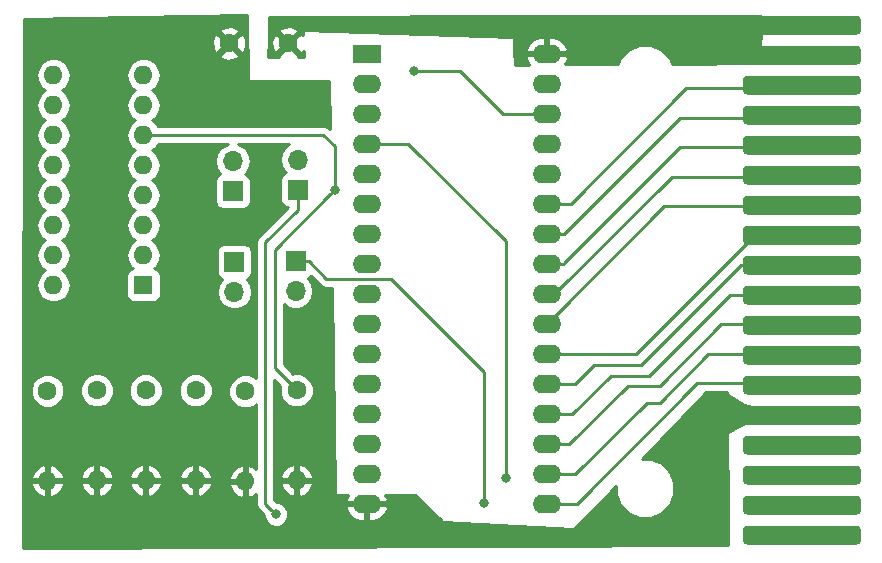
<source format=gbr>
G04 #@! TF.GenerationSoftware,KiCad,Pcbnew,5.0.2+dfsg1-1~bpo9+1*
G04 #@! TF.CreationDate,2019-09-01T17:00:00+01:00*
G04 #@! TF.ProjectId,multicart,6d756c74-6963-4617-9274-2e6b69636164,V0.1*
G04 #@! TF.SameCoordinates,Original*
G04 #@! TF.FileFunction,Copper,L1,Top*
G04 #@! TF.FilePolarity,Positive*
%FSLAX46Y46*%
G04 Gerber Fmt 4.6, Leading zero omitted, Abs format (unit mm)*
G04 Created by KiCad (PCBNEW 5.0.2+dfsg1-1~bpo9+1) date Sun 01 Sep 2019 17:00:00 BST*
%MOMM*%
%LPD*%
G01*
G04 APERTURE LIST*
G04 #@! TA.AperFunction,ComponentPad*
%ADD10O,1.600000X1.600000*%
G04 #@! TD*
G04 #@! TA.AperFunction,ComponentPad*
%ADD11C,1.600000*%
G04 #@! TD*
G04 #@! TA.AperFunction,Conductor*
%ADD12C,0.100000*%
G04 #@! TD*
G04 #@! TA.AperFunction,ConnectorPad*
%ADD13C,1.600000*%
G04 #@! TD*
G04 #@! TA.AperFunction,ComponentPad*
%ADD14R,1.600000X1.600000*%
G04 #@! TD*
G04 #@! TA.AperFunction,ComponentPad*
%ADD15O,2.400000X1.600000*%
G04 #@! TD*
G04 #@! TA.AperFunction,ComponentPad*
%ADD16R,2.400000X1.600000*%
G04 #@! TD*
G04 #@! TA.AperFunction,ComponentPad*
%ADD17O,1.700000X1.700000*%
G04 #@! TD*
G04 #@! TA.AperFunction,ComponentPad*
%ADD18R,1.700000X1.700000*%
G04 #@! TD*
G04 #@! TA.AperFunction,ViaPad*
%ADD19C,0.800000*%
G04 #@! TD*
G04 #@! TA.AperFunction,Conductor*
%ADD20C,0.250000*%
G04 #@! TD*
G04 #@! TA.AperFunction,Conductor*
%ADD21C,0.254000*%
G04 #@! TD*
G04 APERTURE END LIST*
D10*
G04 #@! TO.P,R6,2*
G04 #@! TO.N,GND*
X88036400Y-84937600D03*
D11*
G04 #@! TO.P,R6,1*
G04 #@! TO.N,Net-(R6-Pad1)*
X88036400Y-77317600D03*
G04 #@! TD*
G04 #@! TO.P,C1,2*
G04 #@! TO.N,VCC*
X87321400Y-47955200D03*
G04 #@! TO.P,C1,1*
G04 #@! TO.N,GND*
X82321400Y-47955200D03*
G04 #@! TD*
D10*
G04 #@! TO.P,R5,2*
G04 #@! TO.N,GND*
X83667600Y-85013800D03*
D11*
G04 #@! TO.P,R5,1*
G04 #@! TO.N,Net-(JP2-Pad1)*
X83667600Y-77393800D03*
G04 #@! TD*
D10*
G04 #@! TO.P,R4,2*
G04 #@! TO.N,GND*
X79476600Y-84937600D03*
D11*
G04 #@! TO.P,R4,1*
G04 #@! TO.N,Net-(JP4-Pad1)*
X79476600Y-77317600D03*
G04 #@! TD*
D10*
G04 #@! TO.P,R3,2*
G04 #@! TO.N,GND*
X75234800Y-84937600D03*
D11*
G04 #@! TO.P,R3,1*
G04 #@! TO.N,Net-(R3-Pad1)*
X75234800Y-77317600D03*
G04 #@! TD*
D10*
G04 #@! TO.P,R2,2*
G04 #@! TO.N,GND*
X71120000Y-84937600D03*
D11*
G04 #@! TO.P,R2,1*
G04 #@! TO.N,Net-(R2-Pad1)*
X71120000Y-77317600D03*
G04 #@! TD*
D10*
G04 #@! TO.P,R1,2*
G04 #@! TO.N,GND*
X66929000Y-84988400D03*
D11*
G04 #@! TO.P,R1,1*
G04 #@! TO.N,Net-(R1-Pad1)*
X66929000Y-77368400D03*
G04 #@! TD*
D12*
G04 #@! TO.N,IRQ*
G04 #@! TO.C,J1*
G36*
X135449407Y-88782126D02*
X135488236Y-88787886D01*
X135526314Y-88797424D01*
X135563273Y-88810648D01*
X135598759Y-88827431D01*
X135632428Y-88847612D01*
X135663957Y-88870996D01*
X135693043Y-88897357D01*
X135719404Y-88926443D01*
X135742788Y-88957972D01*
X135762969Y-88991641D01*
X135779752Y-89027127D01*
X135792976Y-89064086D01*
X135802514Y-89102164D01*
X135808274Y-89140993D01*
X135810200Y-89180200D01*
X135810200Y-89980200D01*
X135808274Y-90019407D01*
X135802514Y-90058236D01*
X135792976Y-90096314D01*
X135779752Y-90133273D01*
X135762969Y-90168759D01*
X135742788Y-90202428D01*
X135719404Y-90233957D01*
X135693043Y-90263043D01*
X135663957Y-90289404D01*
X135632428Y-90312788D01*
X135598759Y-90332969D01*
X135563273Y-90349752D01*
X135526314Y-90362976D01*
X135488236Y-90372514D01*
X135449407Y-90378274D01*
X135410200Y-90380200D01*
X126210200Y-90380200D01*
X126170993Y-90378274D01*
X126132164Y-90372514D01*
X126094086Y-90362976D01*
X126057127Y-90349752D01*
X126021641Y-90332969D01*
X125987972Y-90312788D01*
X125956443Y-90289404D01*
X125927357Y-90263043D01*
X125900996Y-90233957D01*
X125877612Y-90202428D01*
X125857431Y-90168759D01*
X125840648Y-90133273D01*
X125827424Y-90096314D01*
X125817886Y-90058236D01*
X125812126Y-90019407D01*
X125810200Y-89980200D01*
X125810200Y-89180200D01*
X125812126Y-89140993D01*
X125817886Y-89102164D01*
X125827424Y-89064086D01*
X125840648Y-89027127D01*
X125857431Y-88991641D01*
X125877612Y-88957972D01*
X125900996Y-88926443D01*
X125927357Y-88897357D01*
X125956443Y-88870996D01*
X125987972Y-88847612D01*
X126021641Y-88827431D01*
X126057127Y-88810648D01*
X126094086Y-88797424D01*
X126132164Y-88787886D01*
X126170993Y-88782126D01*
X126210200Y-88780200D01*
X135410200Y-88780200D01*
X135449407Y-88782126D01*
X135449407Y-88782126D01*
G37*
D13*
G04 #@! TD*
G04 #@! TO.P,J1,36*
G04 #@! TO.N,IRQ*
X130810200Y-89580200D03*
D12*
G04 #@! TO.N,D7*
G04 #@! TO.C,J1*
G36*
X135449407Y-65922126D02*
X135488236Y-65927886D01*
X135526314Y-65937424D01*
X135563273Y-65950648D01*
X135598759Y-65967431D01*
X135632428Y-65987612D01*
X135663957Y-66010996D01*
X135693043Y-66037357D01*
X135719404Y-66066443D01*
X135742788Y-66097972D01*
X135762969Y-66131641D01*
X135779752Y-66167127D01*
X135792976Y-66204086D01*
X135802514Y-66242164D01*
X135808274Y-66280993D01*
X135810200Y-66320200D01*
X135810200Y-67120200D01*
X135808274Y-67159407D01*
X135802514Y-67198236D01*
X135792976Y-67236314D01*
X135779752Y-67273273D01*
X135762969Y-67308759D01*
X135742788Y-67342428D01*
X135719404Y-67373957D01*
X135693043Y-67403043D01*
X135663957Y-67429404D01*
X135632428Y-67452788D01*
X135598759Y-67472969D01*
X135563273Y-67489752D01*
X135526314Y-67502976D01*
X135488236Y-67512514D01*
X135449407Y-67518274D01*
X135410200Y-67520200D01*
X126210200Y-67520200D01*
X126170993Y-67518274D01*
X126132164Y-67512514D01*
X126094086Y-67502976D01*
X126057127Y-67489752D01*
X126021641Y-67472969D01*
X125987972Y-67452788D01*
X125956443Y-67429404D01*
X125927357Y-67403043D01*
X125900996Y-67373957D01*
X125877612Y-67342428D01*
X125857431Y-67308759D01*
X125840648Y-67273273D01*
X125827424Y-67236314D01*
X125817886Y-67198236D01*
X125812126Y-67159407D01*
X125810200Y-67120200D01*
X125810200Y-66320200D01*
X125812126Y-66280993D01*
X125817886Y-66242164D01*
X125827424Y-66204086D01*
X125840648Y-66167127D01*
X125857431Y-66131641D01*
X125877612Y-66097972D01*
X125900996Y-66066443D01*
X125927357Y-66037357D01*
X125956443Y-66010996D01*
X125987972Y-65987612D01*
X126021641Y-65967431D01*
X126057127Y-65950648D01*
X126094086Y-65937424D01*
X126132164Y-65927886D01*
X126170993Y-65922126D01*
X126210200Y-65920200D01*
X135410200Y-65920200D01*
X135449407Y-65922126D01*
X135449407Y-65922126D01*
G37*
D13*
G04 #@! TD*
G04 #@! TO.P,J1,18*
G04 #@! TO.N,D7*
X130810200Y-66720200D03*
D12*
G04 #@! TO.N,A10*
G04 #@! TO.C,J1*
G36*
X135449407Y-60842126D02*
X135488236Y-60847886D01*
X135526314Y-60857424D01*
X135563273Y-60870648D01*
X135598759Y-60887431D01*
X135632428Y-60907612D01*
X135663957Y-60930996D01*
X135693043Y-60957357D01*
X135719404Y-60986443D01*
X135742788Y-61017972D01*
X135762969Y-61051641D01*
X135779752Y-61087127D01*
X135792976Y-61124086D01*
X135802514Y-61162164D01*
X135808274Y-61200993D01*
X135810200Y-61240200D01*
X135810200Y-62040200D01*
X135808274Y-62079407D01*
X135802514Y-62118236D01*
X135792976Y-62156314D01*
X135779752Y-62193273D01*
X135762969Y-62228759D01*
X135742788Y-62262428D01*
X135719404Y-62293957D01*
X135693043Y-62323043D01*
X135663957Y-62349404D01*
X135632428Y-62372788D01*
X135598759Y-62392969D01*
X135563273Y-62409752D01*
X135526314Y-62422976D01*
X135488236Y-62432514D01*
X135449407Y-62438274D01*
X135410200Y-62440200D01*
X126210200Y-62440200D01*
X126170993Y-62438274D01*
X126132164Y-62432514D01*
X126094086Y-62422976D01*
X126057127Y-62409752D01*
X126021641Y-62392969D01*
X125987972Y-62372788D01*
X125956443Y-62349404D01*
X125927357Y-62323043D01*
X125900996Y-62293957D01*
X125877612Y-62262428D01*
X125857431Y-62228759D01*
X125840648Y-62193273D01*
X125827424Y-62156314D01*
X125817886Y-62118236D01*
X125812126Y-62079407D01*
X125810200Y-62040200D01*
X125810200Y-61240200D01*
X125812126Y-61200993D01*
X125817886Y-61162164D01*
X125827424Y-61124086D01*
X125840648Y-61087127D01*
X125857431Y-61051641D01*
X125877612Y-61017972D01*
X125900996Y-60986443D01*
X125927357Y-60957357D01*
X125956443Y-60930996D01*
X125987972Y-60907612D01*
X126021641Y-60887431D01*
X126057127Y-60870648D01*
X126094086Y-60857424D01*
X126132164Y-60847886D01*
X126170993Y-60842126D01*
X126210200Y-60840200D01*
X135410200Y-60840200D01*
X135449407Y-60842126D01*
X135449407Y-60842126D01*
G37*
D13*
G04 #@! TD*
G04 #@! TO.P,J1,14*
G04 #@! TO.N,A10*
X130810200Y-61640200D03*
D12*
G04 #@! TO.N,A8*
G04 #@! TO.C,J1*
G36*
X135449407Y-50682126D02*
X135488236Y-50687886D01*
X135526314Y-50697424D01*
X135563273Y-50710648D01*
X135598759Y-50727431D01*
X135632428Y-50747612D01*
X135663957Y-50770996D01*
X135693043Y-50797357D01*
X135719404Y-50826443D01*
X135742788Y-50857972D01*
X135762969Y-50891641D01*
X135779752Y-50927127D01*
X135792976Y-50964086D01*
X135802514Y-51002164D01*
X135808274Y-51040993D01*
X135810200Y-51080200D01*
X135810200Y-51880200D01*
X135808274Y-51919407D01*
X135802514Y-51958236D01*
X135792976Y-51996314D01*
X135779752Y-52033273D01*
X135762969Y-52068759D01*
X135742788Y-52102428D01*
X135719404Y-52133957D01*
X135693043Y-52163043D01*
X135663957Y-52189404D01*
X135632428Y-52212788D01*
X135598759Y-52232969D01*
X135563273Y-52249752D01*
X135526314Y-52262976D01*
X135488236Y-52272514D01*
X135449407Y-52278274D01*
X135410200Y-52280200D01*
X126210200Y-52280200D01*
X126170993Y-52278274D01*
X126132164Y-52272514D01*
X126094086Y-52262976D01*
X126057127Y-52249752D01*
X126021641Y-52232969D01*
X125987972Y-52212788D01*
X125956443Y-52189404D01*
X125927357Y-52163043D01*
X125900996Y-52133957D01*
X125877612Y-52102428D01*
X125857431Y-52068759D01*
X125840648Y-52033273D01*
X125827424Y-51996314D01*
X125817886Y-51958236D01*
X125812126Y-51919407D01*
X125810200Y-51880200D01*
X125810200Y-51080200D01*
X125812126Y-51040993D01*
X125817886Y-51002164D01*
X125827424Y-50964086D01*
X125840648Y-50927127D01*
X125857431Y-50891641D01*
X125877612Y-50857972D01*
X125900996Y-50826443D01*
X125927357Y-50797357D01*
X125956443Y-50770996D01*
X125987972Y-50747612D01*
X126021641Y-50727431D01*
X126057127Y-50710648D01*
X126094086Y-50697424D01*
X126132164Y-50687886D01*
X126170993Y-50682126D01*
X126210200Y-50680200D01*
X135410200Y-50680200D01*
X135449407Y-50682126D01*
X135449407Y-50682126D01*
G37*
D13*
G04 #@! TD*
G04 #@! TO.P,J1,6*
G04 #@! TO.N,A8*
X130810200Y-51480200D03*
D12*
G04 #@! TO.N,NMI*
G04 #@! TO.C,J1*
G36*
X135449407Y-86242126D02*
X135488236Y-86247886D01*
X135526314Y-86257424D01*
X135563273Y-86270648D01*
X135598759Y-86287431D01*
X135632428Y-86307612D01*
X135663957Y-86330996D01*
X135693043Y-86357357D01*
X135719404Y-86386443D01*
X135742788Y-86417972D01*
X135762969Y-86451641D01*
X135779752Y-86487127D01*
X135792976Y-86524086D01*
X135802514Y-86562164D01*
X135808274Y-86600993D01*
X135810200Y-86640200D01*
X135810200Y-87440200D01*
X135808274Y-87479407D01*
X135802514Y-87518236D01*
X135792976Y-87556314D01*
X135779752Y-87593273D01*
X135762969Y-87628759D01*
X135742788Y-87662428D01*
X135719404Y-87693957D01*
X135693043Y-87723043D01*
X135663957Y-87749404D01*
X135632428Y-87772788D01*
X135598759Y-87792969D01*
X135563273Y-87809752D01*
X135526314Y-87822976D01*
X135488236Y-87832514D01*
X135449407Y-87838274D01*
X135410200Y-87840200D01*
X126210200Y-87840200D01*
X126170993Y-87838274D01*
X126132164Y-87832514D01*
X126094086Y-87822976D01*
X126057127Y-87809752D01*
X126021641Y-87792969D01*
X125987972Y-87772788D01*
X125956443Y-87749404D01*
X125927357Y-87723043D01*
X125900996Y-87693957D01*
X125877612Y-87662428D01*
X125857431Y-87628759D01*
X125840648Y-87593273D01*
X125827424Y-87556314D01*
X125817886Y-87518236D01*
X125812126Y-87479407D01*
X125810200Y-87440200D01*
X125810200Y-86640200D01*
X125812126Y-86600993D01*
X125817886Y-86562164D01*
X125827424Y-86524086D01*
X125840648Y-86487127D01*
X125857431Y-86451641D01*
X125877612Y-86417972D01*
X125900996Y-86386443D01*
X125927357Y-86357357D01*
X125956443Y-86330996D01*
X125987972Y-86307612D01*
X126021641Y-86287431D01*
X126057127Y-86270648D01*
X126094086Y-86257424D01*
X126132164Y-86247886D01*
X126170993Y-86242126D01*
X126210200Y-86240200D01*
X135410200Y-86240200D01*
X135449407Y-86242126D01*
X135449407Y-86242126D01*
G37*
D13*
G04 #@! TD*
G04 #@! TO.P,J1,34*
G04 #@! TO.N,NMI*
X130810200Y-87040200D03*
D12*
G04 #@! TO.N,CART*
G04 #@! TO.C,J1*
G36*
X135449407Y-83702126D02*
X135488236Y-83707886D01*
X135526314Y-83717424D01*
X135563273Y-83730648D01*
X135598759Y-83747431D01*
X135632428Y-83767612D01*
X135663957Y-83790996D01*
X135693043Y-83817357D01*
X135719404Y-83846443D01*
X135742788Y-83877972D01*
X135762969Y-83911641D01*
X135779752Y-83947127D01*
X135792976Y-83984086D01*
X135802514Y-84022164D01*
X135808274Y-84060993D01*
X135810200Y-84100200D01*
X135810200Y-84900200D01*
X135808274Y-84939407D01*
X135802514Y-84978236D01*
X135792976Y-85016314D01*
X135779752Y-85053273D01*
X135762969Y-85088759D01*
X135742788Y-85122428D01*
X135719404Y-85153957D01*
X135693043Y-85183043D01*
X135663957Y-85209404D01*
X135632428Y-85232788D01*
X135598759Y-85252969D01*
X135563273Y-85269752D01*
X135526314Y-85282976D01*
X135488236Y-85292514D01*
X135449407Y-85298274D01*
X135410200Y-85300200D01*
X126210200Y-85300200D01*
X126170993Y-85298274D01*
X126132164Y-85292514D01*
X126094086Y-85282976D01*
X126057127Y-85269752D01*
X126021641Y-85252969D01*
X125987972Y-85232788D01*
X125956443Y-85209404D01*
X125927357Y-85183043D01*
X125900996Y-85153957D01*
X125877612Y-85122428D01*
X125857431Y-85088759D01*
X125840648Y-85053273D01*
X125827424Y-85016314D01*
X125817886Y-84978236D01*
X125812126Y-84939407D01*
X125810200Y-84900200D01*
X125810200Y-84100200D01*
X125812126Y-84060993D01*
X125817886Y-84022164D01*
X125827424Y-83984086D01*
X125840648Y-83947127D01*
X125857431Y-83911641D01*
X125877612Y-83877972D01*
X125900996Y-83846443D01*
X125927357Y-83817357D01*
X125956443Y-83790996D01*
X125987972Y-83767612D01*
X126021641Y-83747431D01*
X126057127Y-83730648D01*
X126094086Y-83717424D01*
X126132164Y-83707886D01*
X126170993Y-83702126D01*
X126210200Y-83700200D01*
X135410200Y-83700200D01*
X135449407Y-83702126D01*
X135449407Y-83702126D01*
G37*
D13*
G04 #@! TD*
G04 #@! TO.P,J1,32*
G04 #@! TO.N,CART*
X130810200Y-84500200D03*
D12*
G04 #@! TO.N,VCC*
G04 #@! TO.C,J1*
G36*
X135449407Y-45602126D02*
X135488236Y-45607886D01*
X135526314Y-45617424D01*
X135563273Y-45630648D01*
X135598759Y-45647431D01*
X135632428Y-45667612D01*
X135663957Y-45690996D01*
X135693043Y-45717357D01*
X135719404Y-45746443D01*
X135742788Y-45777972D01*
X135762969Y-45811641D01*
X135779752Y-45847127D01*
X135792976Y-45884086D01*
X135802514Y-45922164D01*
X135808274Y-45960993D01*
X135810200Y-46000200D01*
X135810200Y-46800200D01*
X135808274Y-46839407D01*
X135802514Y-46878236D01*
X135792976Y-46916314D01*
X135779752Y-46953273D01*
X135762969Y-46988759D01*
X135742788Y-47022428D01*
X135719404Y-47053957D01*
X135693043Y-47083043D01*
X135663957Y-47109404D01*
X135632428Y-47132788D01*
X135598759Y-47152969D01*
X135563273Y-47169752D01*
X135526314Y-47182976D01*
X135488236Y-47192514D01*
X135449407Y-47198274D01*
X135410200Y-47200200D01*
X126210200Y-47200200D01*
X126170993Y-47198274D01*
X126132164Y-47192514D01*
X126094086Y-47182976D01*
X126057127Y-47169752D01*
X126021641Y-47152969D01*
X125987972Y-47132788D01*
X125956443Y-47109404D01*
X125927357Y-47083043D01*
X125900996Y-47053957D01*
X125877612Y-47022428D01*
X125857431Y-46988759D01*
X125840648Y-46953273D01*
X125827424Y-46916314D01*
X125817886Y-46878236D01*
X125812126Y-46839407D01*
X125810200Y-46800200D01*
X125810200Y-46000200D01*
X125812126Y-45960993D01*
X125817886Y-45922164D01*
X125827424Y-45884086D01*
X125840648Y-45847127D01*
X125857431Y-45811641D01*
X125877612Y-45777972D01*
X125900996Y-45746443D01*
X125927357Y-45717357D01*
X125956443Y-45690996D01*
X125987972Y-45667612D01*
X126021641Y-45647431D01*
X126057127Y-45630648D01*
X126094086Y-45617424D01*
X126132164Y-45607886D01*
X126170993Y-45602126D01*
X126210200Y-45600200D01*
X135410200Y-45600200D01*
X135449407Y-45602126D01*
X135449407Y-45602126D01*
G37*
D13*
G04 #@! TD*
G04 #@! TO.P,J1,2*
G04 #@! TO.N,VCC*
X130810200Y-46400200D03*
D12*
G04 #@! TO.N,D5*
G04 #@! TO.C,J1*
G36*
X135449407Y-71002126D02*
X135488236Y-71007886D01*
X135526314Y-71017424D01*
X135563273Y-71030648D01*
X135598759Y-71047431D01*
X135632428Y-71067612D01*
X135663957Y-71090996D01*
X135693043Y-71117357D01*
X135719404Y-71146443D01*
X135742788Y-71177972D01*
X135762969Y-71211641D01*
X135779752Y-71247127D01*
X135792976Y-71284086D01*
X135802514Y-71322164D01*
X135808274Y-71360993D01*
X135810200Y-71400200D01*
X135810200Y-72200200D01*
X135808274Y-72239407D01*
X135802514Y-72278236D01*
X135792976Y-72316314D01*
X135779752Y-72353273D01*
X135762969Y-72388759D01*
X135742788Y-72422428D01*
X135719404Y-72453957D01*
X135693043Y-72483043D01*
X135663957Y-72509404D01*
X135632428Y-72532788D01*
X135598759Y-72552969D01*
X135563273Y-72569752D01*
X135526314Y-72582976D01*
X135488236Y-72592514D01*
X135449407Y-72598274D01*
X135410200Y-72600200D01*
X126210200Y-72600200D01*
X126170993Y-72598274D01*
X126132164Y-72592514D01*
X126094086Y-72582976D01*
X126057127Y-72569752D01*
X126021641Y-72552969D01*
X125987972Y-72532788D01*
X125956443Y-72509404D01*
X125927357Y-72483043D01*
X125900996Y-72453957D01*
X125877612Y-72422428D01*
X125857431Y-72388759D01*
X125840648Y-72353273D01*
X125827424Y-72316314D01*
X125817886Y-72278236D01*
X125812126Y-72239407D01*
X125810200Y-72200200D01*
X125810200Y-71400200D01*
X125812126Y-71360993D01*
X125817886Y-71322164D01*
X125827424Y-71284086D01*
X125840648Y-71247127D01*
X125857431Y-71211641D01*
X125877612Y-71177972D01*
X125900996Y-71146443D01*
X125927357Y-71117357D01*
X125956443Y-71090996D01*
X125987972Y-71067612D01*
X126021641Y-71047431D01*
X126057127Y-71030648D01*
X126094086Y-71017424D01*
X126132164Y-71007886D01*
X126170993Y-71002126D01*
X126210200Y-71000200D01*
X135410200Y-71000200D01*
X135449407Y-71002126D01*
X135449407Y-71002126D01*
G37*
D13*
G04 #@! TD*
G04 #@! TO.P,J1,22*
G04 #@! TO.N,D5*
X130810200Y-71800200D03*
D12*
G04 #@! TO.N,A11*
G04 #@! TO.C,J1*
G36*
X135449407Y-55762126D02*
X135488236Y-55767886D01*
X135526314Y-55777424D01*
X135563273Y-55790648D01*
X135598759Y-55807431D01*
X135632428Y-55827612D01*
X135663957Y-55850996D01*
X135693043Y-55877357D01*
X135719404Y-55906443D01*
X135742788Y-55937972D01*
X135762969Y-55971641D01*
X135779752Y-56007127D01*
X135792976Y-56044086D01*
X135802514Y-56082164D01*
X135808274Y-56120993D01*
X135810200Y-56160200D01*
X135810200Y-56960200D01*
X135808274Y-56999407D01*
X135802514Y-57038236D01*
X135792976Y-57076314D01*
X135779752Y-57113273D01*
X135762969Y-57148759D01*
X135742788Y-57182428D01*
X135719404Y-57213957D01*
X135693043Y-57243043D01*
X135663957Y-57269404D01*
X135632428Y-57292788D01*
X135598759Y-57312969D01*
X135563273Y-57329752D01*
X135526314Y-57342976D01*
X135488236Y-57352514D01*
X135449407Y-57358274D01*
X135410200Y-57360200D01*
X126210200Y-57360200D01*
X126170993Y-57358274D01*
X126132164Y-57352514D01*
X126094086Y-57342976D01*
X126057127Y-57329752D01*
X126021641Y-57312969D01*
X125987972Y-57292788D01*
X125956443Y-57269404D01*
X125927357Y-57243043D01*
X125900996Y-57213957D01*
X125877612Y-57182428D01*
X125857431Y-57148759D01*
X125840648Y-57113273D01*
X125827424Y-57076314D01*
X125817886Y-57038236D01*
X125812126Y-56999407D01*
X125810200Y-56960200D01*
X125810200Y-56160200D01*
X125812126Y-56120993D01*
X125817886Y-56082164D01*
X125827424Y-56044086D01*
X125840648Y-56007127D01*
X125857431Y-55971641D01*
X125877612Y-55937972D01*
X125900996Y-55906443D01*
X125927357Y-55877357D01*
X125956443Y-55850996D01*
X125987972Y-55827612D01*
X126021641Y-55807431D01*
X126057127Y-55790648D01*
X126094086Y-55777424D01*
X126132164Y-55767886D01*
X126170993Y-55762126D01*
X126210200Y-55760200D01*
X135410200Y-55760200D01*
X135449407Y-55762126D01*
X135449407Y-55762126D01*
G37*
D13*
G04 #@! TD*
G04 #@! TO.P,J1,10*
G04 #@! TO.N,A11*
X130810200Y-56560200D03*
D12*
G04 #@! TO.N,D6*
G04 #@! TO.C,J1*
G36*
X135449407Y-68462126D02*
X135488236Y-68467886D01*
X135526314Y-68477424D01*
X135563273Y-68490648D01*
X135598759Y-68507431D01*
X135632428Y-68527612D01*
X135663957Y-68550996D01*
X135693043Y-68577357D01*
X135719404Y-68606443D01*
X135742788Y-68637972D01*
X135762969Y-68671641D01*
X135779752Y-68707127D01*
X135792976Y-68744086D01*
X135802514Y-68782164D01*
X135808274Y-68820993D01*
X135810200Y-68860200D01*
X135810200Y-69660200D01*
X135808274Y-69699407D01*
X135802514Y-69738236D01*
X135792976Y-69776314D01*
X135779752Y-69813273D01*
X135762969Y-69848759D01*
X135742788Y-69882428D01*
X135719404Y-69913957D01*
X135693043Y-69943043D01*
X135663957Y-69969404D01*
X135632428Y-69992788D01*
X135598759Y-70012969D01*
X135563273Y-70029752D01*
X135526314Y-70042976D01*
X135488236Y-70052514D01*
X135449407Y-70058274D01*
X135410200Y-70060200D01*
X126210200Y-70060200D01*
X126170993Y-70058274D01*
X126132164Y-70052514D01*
X126094086Y-70042976D01*
X126057127Y-70029752D01*
X126021641Y-70012969D01*
X125987972Y-69992788D01*
X125956443Y-69969404D01*
X125927357Y-69943043D01*
X125900996Y-69913957D01*
X125877612Y-69882428D01*
X125857431Y-69848759D01*
X125840648Y-69813273D01*
X125827424Y-69776314D01*
X125817886Y-69738236D01*
X125812126Y-69699407D01*
X125810200Y-69660200D01*
X125810200Y-68860200D01*
X125812126Y-68820993D01*
X125817886Y-68782164D01*
X125827424Y-68744086D01*
X125840648Y-68707127D01*
X125857431Y-68671641D01*
X125877612Y-68637972D01*
X125900996Y-68606443D01*
X125927357Y-68577357D01*
X125956443Y-68550996D01*
X125987972Y-68527612D01*
X126021641Y-68507431D01*
X126057127Y-68490648D01*
X126094086Y-68477424D01*
X126132164Y-68467886D01*
X126170993Y-68462126D01*
X126210200Y-68460200D01*
X135410200Y-68460200D01*
X135449407Y-68462126D01*
X135449407Y-68462126D01*
G37*
D13*
G04 #@! TD*
G04 #@! TO.P,J1,20*
G04 #@! TO.N,D6*
X130810200Y-69260200D03*
D12*
G04 #@! TO.N,RW*
G04 #@! TO.C,J1*
G36*
X135449407Y-81162126D02*
X135488236Y-81167886D01*
X135526314Y-81177424D01*
X135563273Y-81190648D01*
X135598759Y-81207431D01*
X135632428Y-81227612D01*
X135663957Y-81250996D01*
X135693043Y-81277357D01*
X135719404Y-81306443D01*
X135742788Y-81337972D01*
X135762969Y-81371641D01*
X135779752Y-81407127D01*
X135792976Y-81444086D01*
X135802514Y-81482164D01*
X135808274Y-81520993D01*
X135810200Y-81560200D01*
X135810200Y-82360200D01*
X135808274Y-82399407D01*
X135802514Y-82438236D01*
X135792976Y-82476314D01*
X135779752Y-82513273D01*
X135762969Y-82548759D01*
X135742788Y-82582428D01*
X135719404Y-82613957D01*
X135693043Y-82643043D01*
X135663957Y-82669404D01*
X135632428Y-82692788D01*
X135598759Y-82712969D01*
X135563273Y-82729752D01*
X135526314Y-82742976D01*
X135488236Y-82752514D01*
X135449407Y-82758274D01*
X135410200Y-82760200D01*
X126210200Y-82760200D01*
X126170993Y-82758274D01*
X126132164Y-82752514D01*
X126094086Y-82742976D01*
X126057127Y-82729752D01*
X126021641Y-82712969D01*
X125987972Y-82692788D01*
X125956443Y-82669404D01*
X125927357Y-82643043D01*
X125900996Y-82613957D01*
X125877612Y-82582428D01*
X125857431Y-82548759D01*
X125840648Y-82513273D01*
X125827424Y-82476314D01*
X125817886Y-82438236D01*
X125812126Y-82399407D01*
X125810200Y-82360200D01*
X125810200Y-81560200D01*
X125812126Y-81520993D01*
X125817886Y-81482164D01*
X125827424Y-81444086D01*
X125840648Y-81407127D01*
X125857431Y-81371641D01*
X125877612Y-81337972D01*
X125900996Y-81306443D01*
X125927357Y-81277357D01*
X125956443Y-81250996D01*
X125987972Y-81227612D01*
X126021641Y-81207431D01*
X126057127Y-81190648D01*
X126094086Y-81177424D01*
X126132164Y-81167886D01*
X126170993Y-81162126D01*
X126210200Y-81160200D01*
X135410200Y-81160200D01*
X135449407Y-81162126D01*
X135449407Y-81162126D01*
G37*
D13*
G04 #@! TD*
G04 #@! TO.P,J1,30*
G04 #@! TO.N,RW*
X130810200Y-81960200D03*
D12*
G04 #@! TO.N,GND*
G04 #@! TO.C,J1*
G36*
X135449407Y-78622126D02*
X135488236Y-78627886D01*
X135526314Y-78637424D01*
X135563273Y-78650648D01*
X135598759Y-78667431D01*
X135632428Y-78687612D01*
X135663957Y-78710996D01*
X135693043Y-78737357D01*
X135719404Y-78766443D01*
X135742788Y-78797972D01*
X135762969Y-78831641D01*
X135779752Y-78867127D01*
X135792976Y-78904086D01*
X135802514Y-78942164D01*
X135808274Y-78980993D01*
X135810200Y-79020200D01*
X135810200Y-79820200D01*
X135808274Y-79859407D01*
X135802514Y-79898236D01*
X135792976Y-79936314D01*
X135779752Y-79973273D01*
X135762969Y-80008759D01*
X135742788Y-80042428D01*
X135719404Y-80073957D01*
X135693043Y-80103043D01*
X135663957Y-80129404D01*
X135632428Y-80152788D01*
X135598759Y-80172969D01*
X135563273Y-80189752D01*
X135526314Y-80202976D01*
X135488236Y-80212514D01*
X135449407Y-80218274D01*
X135410200Y-80220200D01*
X126210200Y-80220200D01*
X126170993Y-80218274D01*
X126132164Y-80212514D01*
X126094086Y-80202976D01*
X126057127Y-80189752D01*
X126021641Y-80172969D01*
X125987972Y-80152788D01*
X125956443Y-80129404D01*
X125927357Y-80103043D01*
X125900996Y-80073957D01*
X125877612Y-80042428D01*
X125857431Y-80008759D01*
X125840648Y-79973273D01*
X125827424Y-79936314D01*
X125817886Y-79898236D01*
X125812126Y-79859407D01*
X125810200Y-79820200D01*
X125810200Y-79020200D01*
X125812126Y-78980993D01*
X125817886Y-78942164D01*
X125827424Y-78904086D01*
X125840648Y-78867127D01*
X125857431Y-78831641D01*
X125877612Y-78797972D01*
X125900996Y-78766443D01*
X125927357Y-78737357D01*
X125956443Y-78710996D01*
X125987972Y-78687612D01*
X126021641Y-78667431D01*
X126057127Y-78650648D01*
X126094086Y-78637424D01*
X126132164Y-78627886D01*
X126170993Y-78622126D01*
X126210200Y-78620200D01*
X135410200Y-78620200D01*
X135449407Y-78622126D01*
X135449407Y-78622126D01*
G37*
D13*
G04 #@! TD*
G04 #@! TO.P,J1,28*
G04 #@! TO.N,GND*
X130810200Y-79420200D03*
D12*
G04 #@! TO.N,D3*
G04 #@! TO.C,J1*
G36*
X135449407Y-76082126D02*
X135488236Y-76087886D01*
X135526314Y-76097424D01*
X135563273Y-76110648D01*
X135598759Y-76127431D01*
X135632428Y-76147612D01*
X135663957Y-76170996D01*
X135693043Y-76197357D01*
X135719404Y-76226443D01*
X135742788Y-76257972D01*
X135762969Y-76291641D01*
X135779752Y-76327127D01*
X135792976Y-76364086D01*
X135802514Y-76402164D01*
X135808274Y-76440993D01*
X135810200Y-76480200D01*
X135810200Y-77280200D01*
X135808274Y-77319407D01*
X135802514Y-77358236D01*
X135792976Y-77396314D01*
X135779752Y-77433273D01*
X135762969Y-77468759D01*
X135742788Y-77502428D01*
X135719404Y-77533957D01*
X135693043Y-77563043D01*
X135663957Y-77589404D01*
X135632428Y-77612788D01*
X135598759Y-77632969D01*
X135563273Y-77649752D01*
X135526314Y-77662976D01*
X135488236Y-77672514D01*
X135449407Y-77678274D01*
X135410200Y-77680200D01*
X126210200Y-77680200D01*
X126170993Y-77678274D01*
X126132164Y-77672514D01*
X126094086Y-77662976D01*
X126057127Y-77649752D01*
X126021641Y-77632969D01*
X125987972Y-77612788D01*
X125956443Y-77589404D01*
X125927357Y-77563043D01*
X125900996Y-77533957D01*
X125877612Y-77502428D01*
X125857431Y-77468759D01*
X125840648Y-77433273D01*
X125827424Y-77396314D01*
X125817886Y-77358236D01*
X125812126Y-77319407D01*
X125810200Y-77280200D01*
X125810200Y-76480200D01*
X125812126Y-76440993D01*
X125817886Y-76402164D01*
X125827424Y-76364086D01*
X125840648Y-76327127D01*
X125857431Y-76291641D01*
X125877612Y-76257972D01*
X125900996Y-76226443D01*
X125927357Y-76197357D01*
X125956443Y-76170996D01*
X125987972Y-76147612D01*
X126021641Y-76127431D01*
X126057127Y-76110648D01*
X126094086Y-76097424D01*
X126132164Y-76087886D01*
X126170993Y-76082126D01*
X126210200Y-76080200D01*
X135410200Y-76080200D01*
X135449407Y-76082126D01*
X135449407Y-76082126D01*
G37*
D13*
G04 #@! TD*
G04 #@! TO.P,J1,26*
G04 #@! TO.N,D3*
X130810200Y-76880200D03*
D12*
G04 #@! TO.N,D4*
G04 #@! TO.C,J1*
G36*
X135449407Y-73542126D02*
X135488236Y-73547886D01*
X135526314Y-73557424D01*
X135563273Y-73570648D01*
X135598759Y-73587431D01*
X135632428Y-73607612D01*
X135663957Y-73630996D01*
X135693043Y-73657357D01*
X135719404Y-73686443D01*
X135742788Y-73717972D01*
X135762969Y-73751641D01*
X135779752Y-73787127D01*
X135792976Y-73824086D01*
X135802514Y-73862164D01*
X135808274Y-73900993D01*
X135810200Y-73940200D01*
X135810200Y-74740200D01*
X135808274Y-74779407D01*
X135802514Y-74818236D01*
X135792976Y-74856314D01*
X135779752Y-74893273D01*
X135762969Y-74928759D01*
X135742788Y-74962428D01*
X135719404Y-74993957D01*
X135693043Y-75023043D01*
X135663957Y-75049404D01*
X135632428Y-75072788D01*
X135598759Y-75092969D01*
X135563273Y-75109752D01*
X135526314Y-75122976D01*
X135488236Y-75132514D01*
X135449407Y-75138274D01*
X135410200Y-75140200D01*
X126210200Y-75140200D01*
X126170993Y-75138274D01*
X126132164Y-75132514D01*
X126094086Y-75122976D01*
X126057127Y-75109752D01*
X126021641Y-75092969D01*
X125987972Y-75072788D01*
X125956443Y-75049404D01*
X125927357Y-75023043D01*
X125900996Y-74993957D01*
X125877612Y-74962428D01*
X125857431Y-74928759D01*
X125840648Y-74893273D01*
X125827424Y-74856314D01*
X125817886Y-74818236D01*
X125812126Y-74779407D01*
X125810200Y-74740200D01*
X125810200Y-73940200D01*
X125812126Y-73900993D01*
X125817886Y-73862164D01*
X125827424Y-73824086D01*
X125840648Y-73787127D01*
X125857431Y-73751641D01*
X125877612Y-73717972D01*
X125900996Y-73686443D01*
X125927357Y-73657357D01*
X125956443Y-73630996D01*
X125987972Y-73607612D01*
X126021641Y-73587431D01*
X126057127Y-73570648D01*
X126094086Y-73557424D01*
X126132164Y-73547886D01*
X126170993Y-73542126D01*
X126210200Y-73540200D01*
X135410200Y-73540200D01*
X135449407Y-73542126D01*
X135449407Y-73542126D01*
G37*
D13*
G04 #@! TD*
G04 #@! TO.P,J1,24*
G04 #@! TO.N,D4*
X130810200Y-74340200D03*
D12*
G04 #@! TO.N,CE*
G04 #@! TO.C,J1*
G36*
X135449407Y-63382126D02*
X135488236Y-63387886D01*
X135526314Y-63397424D01*
X135563273Y-63410648D01*
X135598759Y-63427431D01*
X135632428Y-63447612D01*
X135663957Y-63470996D01*
X135693043Y-63497357D01*
X135719404Y-63526443D01*
X135742788Y-63557972D01*
X135762969Y-63591641D01*
X135779752Y-63627127D01*
X135792976Y-63664086D01*
X135802514Y-63702164D01*
X135808274Y-63740993D01*
X135810200Y-63780200D01*
X135810200Y-64580200D01*
X135808274Y-64619407D01*
X135802514Y-64658236D01*
X135792976Y-64696314D01*
X135779752Y-64733273D01*
X135762969Y-64768759D01*
X135742788Y-64802428D01*
X135719404Y-64833957D01*
X135693043Y-64863043D01*
X135663957Y-64889404D01*
X135632428Y-64912788D01*
X135598759Y-64932969D01*
X135563273Y-64949752D01*
X135526314Y-64962976D01*
X135488236Y-64972514D01*
X135449407Y-64978274D01*
X135410200Y-64980200D01*
X126210200Y-64980200D01*
X126170993Y-64978274D01*
X126132164Y-64972514D01*
X126094086Y-64962976D01*
X126057127Y-64949752D01*
X126021641Y-64932969D01*
X125987972Y-64912788D01*
X125956443Y-64889404D01*
X125927357Y-64863043D01*
X125900996Y-64833957D01*
X125877612Y-64802428D01*
X125857431Y-64768759D01*
X125840648Y-64733273D01*
X125827424Y-64696314D01*
X125817886Y-64658236D01*
X125812126Y-64619407D01*
X125810200Y-64580200D01*
X125810200Y-63780200D01*
X125812126Y-63740993D01*
X125817886Y-63702164D01*
X125827424Y-63664086D01*
X125840648Y-63627127D01*
X125857431Y-63591641D01*
X125877612Y-63557972D01*
X125900996Y-63526443D01*
X125927357Y-63497357D01*
X125956443Y-63470996D01*
X125987972Y-63447612D01*
X126021641Y-63427431D01*
X126057127Y-63410648D01*
X126094086Y-63397424D01*
X126132164Y-63387886D01*
X126170993Y-63382126D01*
X126210200Y-63380200D01*
X135410200Y-63380200D01*
X135449407Y-63382126D01*
X135449407Y-63382126D01*
G37*
D13*
G04 #@! TD*
G04 #@! TO.P,J1,16*
G04 #@! TO.N,CE*
X130810200Y-64180200D03*
D12*
G04 #@! TO.N,VCC*
G04 #@! TO.C,J1*
G36*
X135449407Y-48142126D02*
X135488236Y-48147886D01*
X135526314Y-48157424D01*
X135563273Y-48170648D01*
X135598759Y-48187431D01*
X135632428Y-48207612D01*
X135663957Y-48230996D01*
X135693043Y-48257357D01*
X135719404Y-48286443D01*
X135742788Y-48317972D01*
X135762969Y-48351641D01*
X135779752Y-48387127D01*
X135792976Y-48424086D01*
X135802514Y-48462164D01*
X135808274Y-48500993D01*
X135810200Y-48540200D01*
X135810200Y-49340200D01*
X135808274Y-49379407D01*
X135802514Y-49418236D01*
X135792976Y-49456314D01*
X135779752Y-49493273D01*
X135762969Y-49528759D01*
X135742788Y-49562428D01*
X135719404Y-49593957D01*
X135693043Y-49623043D01*
X135663957Y-49649404D01*
X135632428Y-49672788D01*
X135598759Y-49692969D01*
X135563273Y-49709752D01*
X135526314Y-49722976D01*
X135488236Y-49732514D01*
X135449407Y-49738274D01*
X135410200Y-49740200D01*
X126210200Y-49740200D01*
X126170993Y-49738274D01*
X126132164Y-49732514D01*
X126094086Y-49722976D01*
X126057127Y-49709752D01*
X126021641Y-49692969D01*
X125987972Y-49672788D01*
X125956443Y-49649404D01*
X125927357Y-49623043D01*
X125900996Y-49593957D01*
X125877612Y-49562428D01*
X125857431Y-49528759D01*
X125840648Y-49493273D01*
X125827424Y-49456314D01*
X125817886Y-49418236D01*
X125812126Y-49379407D01*
X125810200Y-49340200D01*
X125810200Y-48540200D01*
X125812126Y-48500993D01*
X125817886Y-48462164D01*
X125827424Y-48424086D01*
X125840648Y-48387127D01*
X125857431Y-48351641D01*
X125877612Y-48317972D01*
X125900996Y-48286443D01*
X125927357Y-48257357D01*
X125956443Y-48230996D01*
X125987972Y-48207612D01*
X126021641Y-48187431D01*
X126057127Y-48170648D01*
X126094086Y-48157424D01*
X126132164Y-48147886D01*
X126170993Y-48142126D01*
X126210200Y-48140200D01*
X135410200Y-48140200D01*
X135449407Y-48142126D01*
X135449407Y-48142126D01*
G37*
D13*
G04 #@! TD*
G04 #@! TO.P,J1,4*
G04 #@! TO.N,VCC*
X130810200Y-48940200D03*
D12*
G04 #@! TO.N,A9*
G04 #@! TO.C,J1*
G36*
X135449407Y-53222126D02*
X135488236Y-53227886D01*
X135526314Y-53237424D01*
X135563273Y-53250648D01*
X135598759Y-53267431D01*
X135632428Y-53287612D01*
X135663957Y-53310996D01*
X135693043Y-53337357D01*
X135719404Y-53366443D01*
X135742788Y-53397972D01*
X135762969Y-53431641D01*
X135779752Y-53467127D01*
X135792976Y-53504086D01*
X135802514Y-53542164D01*
X135808274Y-53580993D01*
X135810200Y-53620200D01*
X135810200Y-54420200D01*
X135808274Y-54459407D01*
X135802514Y-54498236D01*
X135792976Y-54536314D01*
X135779752Y-54573273D01*
X135762969Y-54608759D01*
X135742788Y-54642428D01*
X135719404Y-54673957D01*
X135693043Y-54703043D01*
X135663957Y-54729404D01*
X135632428Y-54752788D01*
X135598759Y-54772969D01*
X135563273Y-54789752D01*
X135526314Y-54802976D01*
X135488236Y-54812514D01*
X135449407Y-54818274D01*
X135410200Y-54820200D01*
X126210200Y-54820200D01*
X126170993Y-54818274D01*
X126132164Y-54812514D01*
X126094086Y-54802976D01*
X126057127Y-54789752D01*
X126021641Y-54772969D01*
X125987972Y-54752788D01*
X125956443Y-54729404D01*
X125927357Y-54703043D01*
X125900996Y-54673957D01*
X125877612Y-54642428D01*
X125857431Y-54608759D01*
X125840648Y-54573273D01*
X125827424Y-54536314D01*
X125817886Y-54498236D01*
X125812126Y-54459407D01*
X125810200Y-54420200D01*
X125810200Y-53620200D01*
X125812126Y-53580993D01*
X125817886Y-53542164D01*
X125827424Y-53504086D01*
X125840648Y-53467127D01*
X125857431Y-53431641D01*
X125877612Y-53397972D01*
X125900996Y-53366443D01*
X125927357Y-53337357D01*
X125956443Y-53310996D01*
X125987972Y-53287612D01*
X126021641Y-53267431D01*
X126057127Y-53250648D01*
X126094086Y-53237424D01*
X126132164Y-53227886D01*
X126170993Y-53222126D01*
X126210200Y-53220200D01*
X135410200Y-53220200D01*
X135449407Y-53222126D01*
X135449407Y-53222126D01*
G37*
D13*
G04 #@! TD*
G04 #@! TO.P,J1,8*
G04 #@! TO.N,A9*
X130810200Y-54020200D03*
D12*
G04 #@! TO.N,OE*
G04 #@! TO.C,J1*
G36*
X135449407Y-58302126D02*
X135488236Y-58307886D01*
X135526314Y-58317424D01*
X135563273Y-58330648D01*
X135598759Y-58347431D01*
X135632428Y-58367612D01*
X135663957Y-58390996D01*
X135693043Y-58417357D01*
X135719404Y-58446443D01*
X135742788Y-58477972D01*
X135762969Y-58511641D01*
X135779752Y-58547127D01*
X135792976Y-58584086D01*
X135802514Y-58622164D01*
X135808274Y-58660993D01*
X135810200Y-58700200D01*
X135810200Y-59500200D01*
X135808274Y-59539407D01*
X135802514Y-59578236D01*
X135792976Y-59616314D01*
X135779752Y-59653273D01*
X135762969Y-59688759D01*
X135742788Y-59722428D01*
X135719404Y-59753957D01*
X135693043Y-59783043D01*
X135663957Y-59809404D01*
X135632428Y-59832788D01*
X135598759Y-59852969D01*
X135563273Y-59869752D01*
X135526314Y-59882976D01*
X135488236Y-59892514D01*
X135449407Y-59898274D01*
X135410200Y-59900200D01*
X126210200Y-59900200D01*
X126170993Y-59898274D01*
X126132164Y-59892514D01*
X126094086Y-59882976D01*
X126057127Y-59869752D01*
X126021641Y-59852969D01*
X125987972Y-59832788D01*
X125956443Y-59809404D01*
X125927357Y-59783043D01*
X125900996Y-59753957D01*
X125877612Y-59722428D01*
X125857431Y-59688759D01*
X125840648Y-59653273D01*
X125827424Y-59616314D01*
X125817886Y-59578236D01*
X125812126Y-59539407D01*
X125810200Y-59500200D01*
X125810200Y-58700200D01*
X125812126Y-58660993D01*
X125817886Y-58622164D01*
X125827424Y-58584086D01*
X125840648Y-58547127D01*
X125857431Y-58511641D01*
X125877612Y-58477972D01*
X125900996Y-58446443D01*
X125927357Y-58417357D01*
X125956443Y-58390996D01*
X125987972Y-58367612D01*
X126021641Y-58347431D01*
X126057127Y-58330648D01*
X126094086Y-58317424D01*
X126132164Y-58307886D01*
X126170993Y-58302126D01*
X126210200Y-58300200D01*
X135410200Y-58300200D01*
X135449407Y-58302126D01*
X135449407Y-58302126D01*
G37*
D13*
G04 #@! TD*
G04 #@! TO.P,J1,12*
G04 #@! TO.N,OE*
X130810200Y-59100200D03*
D10*
G04 #@! TO.P,SW1,16*
G04 #@! TO.N,VCC*
X67437000Y-68427600D03*
G04 #@! TO.P,SW1,8*
G04 #@! TO.N,Net-(SW1-Pad8)*
X75057000Y-50647600D03*
G04 #@! TO.P,SW1,15*
G04 #@! TO.N,VCC*
X67437000Y-65887600D03*
G04 #@! TO.P,SW1,7*
G04 #@! TO.N,Net-(SW1-Pad7)*
X75057000Y-53187600D03*
G04 #@! TO.P,SW1,14*
G04 #@! TO.N,VCC*
X67437000Y-63347600D03*
G04 #@! TO.P,SW1,6*
G04 #@! TO.N,Net-(R6-Pad1)*
X75057000Y-55727600D03*
G04 #@! TO.P,SW1,13*
G04 #@! TO.N,VCC*
X67437000Y-60807600D03*
G04 #@! TO.P,SW1,5*
G04 #@! TO.N,Net-(R1-Pad1)*
X75057000Y-58267600D03*
G04 #@! TO.P,SW1,12*
G04 #@! TO.N,VCC*
X67437000Y-58267600D03*
G04 #@! TO.P,SW1,4*
G04 #@! TO.N,Net-(R2-Pad1)*
X75057000Y-60807600D03*
G04 #@! TO.P,SW1,11*
G04 #@! TO.N,VCC*
X67437000Y-55727600D03*
G04 #@! TO.P,SW1,3*
G04 #@! TO.N,Net-(R3-Pad1)*
X75057000Y-63347600D03*
G04 #@! TO.P,SW1,10*
G04 #@! TO.N,Net-(SW1-Pad10)*
X67437000Y-53187600D03*
G04 #@! TO.P,SW1,2*
G04 #@! TO.N,Net-(JP4-Pad1)*
X75057000Y-65887600D03*
G04 #@! TO.P,SW1,9*
G04 #@! TO.N,Net-(SW1-Pad9)*
X67437000Y-50647600D03*
D14*
G04 #@! TO.P,SW1,1*
G04 #@! TO.N,Net-(JP2-Pad1)*
X75057000Y-68427600D03*
G04 #@! TD*
D15*
G04 #@! TO.P,U1,32*
G04 #@! TO.N,VCC*
X109194600Y-48844200D03*
G04 #@! TO.P,U1,16*
G04 #@! TO.N,GND*
X93954600Y-86944200D03*
G04 #@! TO.P,U1,31*
G04 #@! TO.N,Net-(R6-Pad1)*
X109194600Y-51384200D03*
G04 #@! TO.P,U1,15*
G04 #@! TO.N,D2*
X93954600Y-84404200D03*
G04 #@! TO.P,U1,30*
G04 #@! TO.N,Net-(R1-Pad1)*
X109194600Y-53924200D03*
G04 #@! TO.P,U1,14*
G04 #@! TO.N,D1*
X93954600Y-81864200D03*
G04 #@! TO.P,U1,29*
G04 #@! TO.N,Net-(JP3-Pad2)*
X109194600Y-56464200D03*
G04 #@! TO.P,U1,13*
G04 #@! TO.N,D0*
X93954600Y-79324200D03*
G04 #@! TO.P,U1,28*
G04 #@! TO.N,Net-(JP1-Pad2)*
X109194600Y-59004200D03*
G04 #@! TO.P,U1,12*
G04 #@! TO.N,A0*
X93954600Y-76784200D03*
G04 #@! TO.P,U1,27*
G04 #@! TO.N,A8*
X109194600Y-61544200D03*
G04 #@! TO.P,U1,11*
G04 #@! TO.N,A1*
X93954600Y-74244200D03*
G04 #@! TO.P,U1,26*
G04 #@! TO.N,A9*
X109194600Y-64084200D03*
G04 #@! TO.P,U1,10*
G04 #@! TO.N,A2*
X93954600Y-71704200D03*
G04 #@! TO.P,U1,25*
G04 #@! TO.N,A11*
X109194600Y-66624200D03*
G04 #@! TO.P,U1,9*
G04 #@! TO.N,A3*
X93954600Y-69164200D03*
G04 #@! TO.P,U1,24*
G04 #@! TO.N,OE*
X109194600Y-69164200D03*
G04 #@! TO.P,U1,8*
G04 #@! TO.N,A4*
X93954600Y-66624200D03*
G04 #@! TO.P,U1,23*
G04 #@! TO.N,A10*
X109194600Y-71704200D03*
G04 #@! TO.P,U1,7*
G04 #@! TO.N,A5*
X93954600Y-64084200D03*
G04 #@! TO.P,U1,22*
G04 #@! TO.N,CE*
X109194600Y-74244200D03*
G04 #@! TO.P,U1,6*
G04 #@! TO.N,A6*
X93954600Y-61544200D03*
G04 #@! TO.P,U1,21*
G04 #@! TO.N,D7*
X109194600Y-76784200D03*
G04 #@! TO.P,U1,5*
G04 #@! TO.N,A7*
X93954600Y-59004200D03*
G04 #@! TO.P,U1,20*
G04 #@! TO.N,D6*
X109194600Y-79324200D03*
G04 #@! TO.P,U1,4*
G04 #@! TO.N,A12*
X93954600Y-56464200D03*
G04 #@! TO.P,U1,19*
G04 #@! TO.N,D5*
X109194600Y-81864200D03*
G04 #@! TO.P,U1,3*
G04 #@! TO.N,Net-(R3-Pad1)*
X93954600Y-53924200D03*
G04 #@! TO.P,U1,18*
G04 #@! TO.N,D4*
X109194600Y-84404200D03*
G04 #@! TO.P,U1,2*
G04 #@! TO.N,Net-(R2-Pad1)*
X93954600Y-51384200D03*
G04 #@! TO.P,U1,17*
G04 #@! TO.N,D3*
X109194600Y-86944200D03*
D16*
G04 #@! TO.P,U1,1*
G04 #@! TO.N,Net-(U1-Pad1)*
X93954600Y-48844200D03*
G04 #@! TD*
D17*
G04 #@! TO.P,JP1,2*
G04 #@! TO.N,Net-(JP1-Pad2)*
X87934800Y-68910200D03*
D18*
G04 #@! TO.P,JP1,1*
G04 #@! TO.N,A13*
X87934800Y-66370200D03*
G04 #@! TD*
D17*
G04 #@! TO.P,JP2,2*
G04 #@! TO.N,Net-(JP1-Pad2)*
X82753200Y-68986400D03*
D18*
G04 #@! TO.P,JP2,1*
G04 #@! TO.N,Net-(JP2-Pad1)*
X82753200Y-66446400D03*
G04 #@! TD*
D17*
G04 #@! TO.P,JP3,2*
G04 #@! TO.N,Net-(JP3-Pad2)*
X88138000Y-57785000D03*
D18*
G04 #@! TO.P,JP3,1*
G04 #@! TO.N,A14*
X88138000Y-60325000D03*
G04 #@! TD*
D17*
G04 #@! TO.P,JP4,2*
G04 #@! TO.N,Net-(JP3-Pad2)*
X82626200Y-57912000D03*
D18*
G04 #@! TO.P,JP4,1*
G04 #@! TO.N,Net-(JP4-Pad1)*
X82626200Y-60452000D03*
G04 #@! TD*
D19*
G04 #@! TO.N,Net-(R1-Pad1)*
X98000610Y-50259190D03*
G04 #@! TO.N,GND*
X124790200Y-79324200D03*
X123698000Y-79324200D03*
X122504200Y-79324200D03*
G04 #@! TO.N,A12*
X105714800Y-84745990D03*
G04 #@! TO.N,A14*
X86283800Y-87833200D03*
G04 #@! TO.N,A13*
X103911400Y-86842600D03*
G04 #@! TO.N,Net-(R6-Pad1)*
X91236800Y-60325000D03*
G04 #@! TD*
D20*
G04 #@! TO.N,Net-(R1-Pad1)*
X101879400Y-50266600D02*
X105537000Y-53924200D01*
X105537000Y-53924200D02*
X109194600Y-53924200D01*
X98008020Y-50266600D02*
X101879400Y-50266600D01*
X98000610Y-50259190D02*
X98008020Y-50266600D01*
G04 #@! TO.N,GND*
X126714200Y-79324200D02*
X126810200Y-79420200D01*
X124790200Y-79324200D02*
X126714200Y-79324200D01*
X123698000Y-79324200D02*
X124790200Y-79324200D01*
X122504200Y-79324200D02*
X123698000Y-79324200D01*
G04 #@! TO.N,VCC*
X111150400Y-48844200D02*
X109194600Y-48844200D01*
X112979200Y-47015400D02*
X111150400Y-48844200D01*
X122097800Y-47015400D02*
X112979200Y-47015400D01*
X124322600Y-49240200D02*
X122097800Y-47015400D01*
X126810200Y-49240200D02*
X124322600Y-49240200D01*
X110644600Y-48844200D02*
X112748600Y-46740200D01*
X112748600Y-46740200D02*
X126810200Y-46740200D01*
X109194600Y-48844200D02*
X110644600Y-48844200D01*
X126810200Y-46740200D02*
X126810200Y-49240200D01*
X126390370Y-46820030D02*
X126810200Y-46400200D01*
X88456570Y-46820030D02*
X126390370Y-46820030D01*
X87321400Y-47955200D02*
X88456570Y-46820030D01*
G04 #@! TO.N,D3*
X111734600Y-86944200D02*
X109594600Y-86944200D01*
X121938600Y-76740200D02*
X111734600Y-86944200D01*
X109594600Y-86944200D02*
X109194600Y-86944200D01*
X126810200Y-76740200D02*
X121938600Y-76740200D01*
G04 #@! TO.N,D4*
X111633000Y-84404200D02*
X109194600Y-84404200D01*
X126810200Y-74240200D02*
X122889200Y-74240200D01*
X122889200Y-74240200D02*
X118770400Y-78359000D01*
X118770400Y-78359000D02*
X117678200Y-78359000D01*
X117678200Y-78359000D02*
X111633000Y-84404200D01*
G04 #@! TO.N,D5*
X111125000Y-81864200D02*
X109194600Y-81864200D01*
X123992200Y-71740200D02*
X118795800Y-76936600D01*
X126810200Y-71740200D02*
X123992200Y-71740200D01*
X118795800Y-76936600D02*
X116052600Y-76936600D01*
X116052600Y-76936600D02*
X111125000Y-81864200D01*
G04 #@! TO.N,A12*
X105714800Y-84180305D02*
X105714800Y-84745990D01*
X97485200Y-56464200D02*
X105714800Y-64693800D01*
X105714800Y-64693800D02*
X105714800Y-84180305D01*
X93954600Y-56464200D02*
X97485200Y-56464200D01*
G04 #@! TO.N,D6*
X126810200Y-69240200D02*
X124714200Y-69240200D01*
X117881400Y-76073000D02*
X114630200Y-76073000D01*
X111379000Y-79324200D02*
X109194600Y-79324200D01*
X114630200Y-76073000D02*
X111379000Y-79324200D01*
X124714200Y-69240200D02*
X117881400Y-76073000D01*
G04 #@! TO.N,D7*
X111582200Y-76784200D02*
X109194600Y-76784200D01*
X126810200Y-66740200D02*
X125639400Y-66740200D01*
X125639400Y-66740200D02*
X117221000Y-75158600D01*
X117221000Y-75158600D02*
X113207800Y-75158600D01*
X113207800Y-75158600D02*
X111582200Y-76784200D01*
G04 #@! TO.N,CE*
X116738400Y-74244200D02*
X110644600Y-74244200D01*
X126742400Y-64240200D02*
X116738400Y-74244200D01*
X110644600Y-74244200D02*
X109194600Y-74244200D01*
X126810200Y-64240200D02*
X126742400Y-64240200D01*
G04 #@! TO.N,A10*
X109956600Y-70942200D02*
X109194600Y-71704200D01*
X119158600Y-61740200D02*
X109956600Y-70942200D01*
X126810200Y-61740200D02*
X119158600Y-61740200D01*
G04 #@! TO.N,OE*
X109855000Y-69164200D02*
X109194600Y-69164200D01*
X119779000Y-59240200D02*
X109855000Y-69164200D01*
X126810200Y-59240200D02*
X119779000Y-59240200D01*
G04 #@! TO.N,A11*
X109194600Y-66573400D02*
X109194600Y-66624200D01*
X110644600Y-66571200D02*
X110644600Y-66624200D01*
X110644600Y-66624200D02*
X109194600Y-66624200D01*
X120475600Y-56740200D02*
X110644600Y-66571200D01*
X126810200Y-56740200D02*
X120475600Y-56740200D01*
G04 #@! TO.N,A9*
X110644600Y-64084200D02*
X109194600Y-64084200D01*
X120486400Y-54240200D02*
X110644600Y-64082000D01*
X110644600Y-64082000D02*
X110644600Y-64084200D01*
X126810200Y-54240200D02*
X120486400Y-54240200D01*
G04 #@! TO.N,A8*
X110644600Y-61544200D02*
X109194600Y-61544200D01*
X126810200Y-51740200D02*
X126785200Y-51765200D01*
X121031000Y-51765200D02*
X111252000Y-61544200D01*
X126785200Y-51765200D02*
X121031000Y-51765200D01*
X111252000Y-61544200D02*
X110644600Y-61544200D01*
G04 #@! TO.N,A14*
X85883801Y-87433201D02*
X86283800Y-87833200D01*
X88138000Y-60325000D02*
X88138000Y-62026800D01*
X85369400Y-86918800D02*
X85883801Y-87433201D01*
X88138000Y-62026800D02*
X85369400Y-64795400D01*
X85369400Y-64795400D02*
X85369400Y-86918800D01*
G04 #@! TO.N,A13*
X90533400Y-67868800D02*
X95986600Y-67868800D01*
X87934800Y-66370200D02*
X89034800Y-66370200D01*
X103911400Y-86276915D02*
X103911400Y-86842600D01*
X103911400Y-75793600D02*
X103911400Y-86276915D01*
X95986600Y-67868800D02*
X103911400Y-75793600D01*
X89034800Y-66370200D02*
X90533400Y-67868800D01*
G04 #@! TO.N,Net-(R6-Pad1)*
X86156800Y-65405000D02*
X90836801Y-60724999D01*
X86156800Y-75438000D02*
X86156800Y-65405000D01*
X90836801Y-60724999D02*
X91236800Y-60325000D01*
X88036400Y-77317600D02*
X86156800Y-75438000D01*
X90297000Y-55727600D02*
X75057000Y-55727600D01*
X91236800Y-56667400D02*
X90297000Y-55727600D01*
X91236800Y-60325000D02*
X91236800Y-56667400D01*
G04 #@! TD*
D21*
G04 #@! TO.N,VCC*
G36*
X127282387Y-49632347D02*
X119822492Y-49677449D01*
X119623881Y-49197961D01*
X118924839Y-48498919D01*
X118011497Y-48120600D01*
X117022903Y-48120600D01*
X116109561Y-48498919D01*
X115410519Y-49197961D01*
X115200333Y-49705395D01*
X110719136Y-49732488D01*
X110968967Y-49276019D01*
X110986504Y-49193239D01*
X110864515Y-48971200D01*
X109321600Y-48971200D01*
X109321600Y-48991200D01*
X109067600Y-48991200D01*
X109067600Y-48971200D01*
X107524685Y-48971200D01*
X107402696Y-49193239D01*
X107420233Y-49276019D01*
X107680120Y-49750862D01*
X106522279Y-49757862D01*
X106468548Y-48495161D01*
X107402696Y-48495161D01*
X107524685Y-48717200D01*
X109067600Y-48717200D01*
X109067600Y-47409200D01*
X109321600Y-47409200D01*
X109321600Y-48717200D01*
X110864515Y-48717200D01*
X110986504Y-48495161D01*
X110968967Y-48412381D01*
X110699100Y-47919304D01*
X110261083Y-47567034D01*
X109721600Y-47409200D01*
X109321600Y-47409200D01*
X109067600Y-47409200D01*
X108667600Y-47409200D01*
X108128117Y-47567034D01*
X107690100Y-47919304D01*
X107420233Y-48412381D01*
X107402696Y-48495161D01*
X106468548Y-48495161D01*
X106425885Y-47492601D01*
X106414160Y-47444455D01*
X106384903Y-47404461D01*
X106342568Y-47378707D01*
X106303024Y-47371064D01*
X88675424Y-46812264D01*
X88626541Y-46820386D01*
X88584488Y-46846597D01*
X88555666Y-46886906D01*
X88544525Y-46944839D01*
X88555656Y-47195289D01*
X88329145Y-47127061D01*
X87501005Y-47955200D01*
X88329145Y-48783339D01*
X88575264Y-48709205D01*
X88617695Y-48591158D01*
X88640230Y-49098200D01*
X88108799Y-49098200D01*
X88149539Y-48962945D01*
X87321400Y-48134805D01*
X86493261Y-48962945D01*
X86534001Y-49098200D01*
X85602978Y-49098200D01*
X85655277Y-47738423D01*
X85874435Y-47738423D01*
X85901622Y-48308654D01*
X86067536Y-48709205D01*
X86313655Y-48783339D01*
X87141795Y-47955200D01*
X86313655Y-47127061D01*
X86067536Y-47201195D01*
X85874435Y-47738423D01*
X85655277Y-47738423D01*
X85685699Y-46947455D01*
X86493261Y-46947455D01*
X87321400Y-47775595D01*
X88149539Y-46947455D01*
X88075405Y-46701336D01*
X87538177Y-46508235D01*
X86967946Y-46535422D01*
X86567395Y-46701336D01*
X86493261Y-46947455D01*
X85685699Y-46947455D01*
X85695191Y-46700683D01*
X85703523Y-46692368D01*
X85722534Y-46646607D01*
X85724853Y-46615587D01*
X85680454Y-45694315D01*
X109271072Y-45643800D01*
X127377921Y-45643800D01*
X127282387Y-49632347D01*
X127282387Y-49632347D01*
G37*
X127282387Y-49632347D02*
X119822492Y-49677449D01*
X119623881Y-49197961D01*
X118924839Y-48498919D01*
X118011497Y-48120600D01*
X117022903Y-48120600D01*
X116109561Y-48498919D01*
X115410519Y-49197961D01*
X115200333Y-49705395D01*
X110719136Y-49732488D01*
X110968967Y-49276019D01*
X110986504Y-49193239D01*
X110864515Y-48971200D01*
X109321600Y-48971200D01*
X109321600Y-48991200D01*
X109067600Y-48991200D01*
X109067600Y-48971200D01*
X107524685Y-48971200D01*
X107402696Y-49193239D01*
X107420233Y-49276019D01*
X107680120Y-49750862D01*
X106522279Y-49757862D01*
X106468548Y-48495161D01*
X107402696Y-48495161D01*
X107524685Y-48717200D01*
X109067600Y-48717200D01*
X109067600Y-47409200D01*
X109321600Y-47409200D01*
X109321600Y-48717200D01*
X110864515Y-48717200D01*
X110986504Y-48495161D01*
X110968967Y-48412381D01*
X110699100Y-47919304D01*
X110261083Y-47567034D01*
X109721600Y-47409200D01*
X109321600Y-47409200D01*
X109067600Y-47409200D01*
X108667600Y-47409200D01*
X108128117Y-47567034D01*
X107690100Y-47919304D01*
X107420233Y-48412381D01*
X107402696Y-48495161D01*
X106468548Y-48495161D01*
X106425885Y-47492601D01*
X106414160Y-47444455D01*
X106384903Y-47404461D01*
X106342568Y-47378707D01*
X106303024Y-47371064D01*
X88675424Y-46812264D01*
X88626541Y-46820386D01*
X88584488Y-46846597D01*
X88555666Y-46886906D01*
X88544525Y-46944839D01*
X88555656Y-47195289D01*
X88329145Y-47127061D01*
X87501005Y-47955200D01*
X88329145Y-48783339D01*
X88575264Y-48709205D01*
X88617695Y-48591158D01*
X88640230Y-49098200D01*
X88108799Y-49098200D01*
X88149539Y-48962945D01*
X87321400Y-48134805D01*
X86493261Y-48962945D01*
X86534001Y-49098200D01*
X85602978Y-49098200D01*
X85655277Y-47738423D01*
X85874435Y-47738423D01*
X85901622Y-48308654D01*
X86067536Y-48709205D01*
X86313655Y-48783339D01*
X87141795Y-47955200D01*
X86313655Y-47127061D01*
X86067536Y-47201195D01*
X85874435Y-47738423D01*
X85655277Y-47738423D01*
X85685699Y-46947455D01*
X86493261Y-46947455D01*
X87321400Y-47775595D01*
X88149539Y-46947455D01*
X88075405Y-46701336D01*
X87538177Y-46508235D01*
X86967946Y-46535422D01*
X86567395Y-46701336D01*
X86493261Y-46947455D01*
X85685699Y-46947455D01*
X85695191Y-46700683D01*
X85703523Y-46692368D01*
X85722534Y-46646607D01*
X85724853Y-46615587D01*
X85680454Y-45694315D01*
X109271072Y-45643800D01*
X127377921Y-45643800D01*
X127282387Y-49632347D01*
G04 #@! TO.N,GND*
G36*
X83806142Y-45565501D02*
X83794613Y-45620189D01*
X83870813Y-51030389D01*
X83881163Y-51078848D01*
X83909271Y-51119658D01*
X83950856Y-51146606D01*
X83997800Y-51155600D01*
X90781430Y-51155600D01*
X90839785Y-55176234D01*
X90593537Y-55011696D01*
X90371852Y-54967600D01*
X90371847Y-54967600D01*
X90297000Y-54952712D01*
X90222153Y-54967600D01*
X76275043Y-54967600D01*
X76091577Y-54693023D01*
X75739242Y-54457600D01*
X76091577Y-54222177D01*
X76408740Y-53747509D01*
X76520113Y-53187600D01*
X76408740Y-52627691D01*
X76091577Y-52153023D01*
X75739242Y-51917600D01*
X76091577Y-51682177D01*
X76408740Y-51207509D01*
X76520113Y-50647600D01*
X76408740Y-50087691D01*
X76091577Y-49613023D01*
X75616909Y-49295860D01*
X75198333Y-49212600D01*
X74915667Y-49212600D01*
X74497091Y-49295860D01*
X74022423Y-49613023D01*
X73705260Y-50087691D01*
X73593887Y-50647600D01*
X73705260Y-51207509D01*
X74022423Y-51682177D01*
X74374758Y-51917600D01*
X74022423Y-52153023D01*
X73705260Y-52627691D01*
X73593887Y-53187600D01*
X73705260Y-53747509D01*
X74022423Y-54222177D01*
X74374758Y-54457600D01*
X74022423Y-54693023D01*
X73705260Y-55167691D01*
X73593887Y-55727600D01*
X73705260Y-56287509D01*
X74022423Y-56762177D01*
X74374758Y-56997600D01*
X74022423Y-57233023D01*
X73705260Y-57707691D01*
X73593887Y-58267600D01*
X73705260Y-58827509D01*
X74022423Y-59302177D01*
X74374758Y-59537600D01*
X74022423Y-59773023D01*
X73705260Y-60247691D01*
X73593887Y-60807600D01*
X73705260Y-61367509D01*
X74022423Y-61842177D01*
X74374758Y-62077600D01*
X74022423Y-62313023D01*
X73705260Y-62787691D01*
X73593887Y-63347600D01*
X73705260Y-63907509D01*
X74022423Y-64382177D01*
X74374758Y-64617600D01*
X74022423Y-64853023D01*
X73705260Y-65327691D01*
X73593887Y-65887600D01*
X73705260Y-66447509D01*
X74022423Y-66922177D01*
X74143106Y-67002815D01*
X74009235Y-67029443D01*
X73799191Y-67169791D01*
X73658843Y-67379835D01*
X73609560Y-67627600D01*
X73609560Y-69227600D01*
X73658843Y-69475365D01*
X73799191Y-69685409D01*
X74009235Y-69825757D01*
X74257000Y-69875040D01*
X75857000Y-69875040D01*
X76104765Y-69825757D01*
X76314809Y-69685409D01*
X76455157Y-69475365D01*
X76504440Y-69227600D01*
X76504440Y-68986400D01*
X81239108Y-68986400D01*
X81354361Y-69565818D01*
X81682575Y-70057025D01*
X82173782Y-70385239D01*
X82606944Y-70471400D01*
X82899456Y-70471400D01*
X83332618Y-70385239D01*
X83823825Y-70057025D01*
X84152039Y-69565818D01*
X84267292Y-68986400D01*
X84152039Y-68406982D01*
X83823825Y-67915775D01*
X83805581Y-67903584D01*
X83850965Y-67894557D01*
X84061009Y-67754209D01*
X84201357Y-67544165D01*
X84250640Y-67296400D01*
X84250640Y-65596400D01*
X84201357Y-65348635D01*
X84061009Y-65138591D01*
X83850965Y-64998243D01*
X83603200Y-64948960D01*
X81903200Y-64948960D01*
X81655435Y-64998243D01*
X81445391Y-65138591D01*
X81305043Y-65348635D01*
X81255760Y-65596400D01*
X81255760Y-67296400D01*
X81305043Y-67544165D01*
X81445391Y-67754209D01*
X81655435Y-67894557D01*
X81700819Y-67903584D01*
X81682575Y-67915775D01*
X81354361Y-68406982D01*
X81239108Y-68986400D01*
X76504440Y-68986400D01*
X76504440Y-67627600D01*
X76455157Y-67379835D01*
X76314809Y-67169791D01*
X76104765Y-67029443D01*
X75970894Y-67002815D01*
X76091577Y-66922177D01*
X76408740Y-66447509D01*
X76520113Y-65887600D01*
X76408740Y-65327691D01*
X76091577Y-64853023D01*
X75739242Y-64617600D01*
X76091577Y-64382177D01*
X76408740Y-63907509D01*
X76520113Y-63347600D01*
X76408740Y-62787691D01*
X76091577Y-62313023D01*
X75739242Y-62077600D01*
X76091577Y-61842177D01*
X76408740Y-61367509D01*
X76520113Y-60807600D01*
X76408740Y-60247691D01*
X76091577Y-59773023D01*
X75739242Y-59537600D01*
X76091577Y-59302177D01*
X76408740Y-58827509D01*
X76520113Y-58267600D01*
X76408740Y-57707691D01*
X76091577Y-57233023D01*
X75739242Y-56997600D01*
X76091577Y-56762177D01*
X76275043Y-56487600D01*
X82175286Y-56487600D01*
X82046782Y-56513161D01*
X81555575Y-56841375D01*
X81227361Y-57332582D01*
X81112108Y-57912000D01*
X81227361Y-58491418D01*
X81555575Y-58982625D01*
X81573819Y-58994816D01*
X81528435Y-59003843D01*
X81318391Y-59144191D01*
X81178043Y-59354235D01*
X81128760Y-59602000D01*
X81128760Y-61302000D01*
X81178043Y-61549765D01*
X81318391Y-61759809D01*
X81528435Y-61900157D01*
X81776200Y-61949440D01*
X83476200Y-61949440D01*
X83723965Y-61900157D01*
X83934009Y-61759809D01*
X84074357Y-61549765D01*
X84123640Y-61302000D01*
X84123640Y-59602000D01*
X84074357Y-59354235D01*
X83934009Y-59144191D01*
X83723965Y-59003843D01*
X83678581Y-58994816D01*
X83696825Y-58982625D01*
X84025039Y-58491418D01*
X84140292Y-57912000D01*
X84025039Y-57332582D01*
X83696825Y-56841375D01*
X83205618Y-56513161D01*
X83077114Y-56487600D01*
X87406768Y-56487600D01*
X87067375Y-56714375D01*
X86739161Y-57205582D01*
X86623908Y-57785000D01*
X86739161Y-58364418D01*
X87067375Y-58855625D01*
X87085619Y-58867816D01*
X87040235Y-58876843D01*
X86830191Y-59017191D01*
X86689843Y-59227235D01*
X86640560Y-59475000D01*
X86640560Y-61175000D01*
X86689843Y-61422765D01*
X86830191Y-61632809D01*
X87040235Y-61773157D01*
X87270950Y-61819049D01*
X84884930Y-64205069D01*
X84821471Y-64247471D01*
X84653496Y-64498864D01*
X84609400Y-64720549D01*
X84609400Y-64720553D01*
X84594512Y-64795400D01*
X84609400Y-64870247D01*
X84609401Y-76306205D01*
X84480462Y-76177266D01*
X83953039Y-75958800D01*
X83382161Y-75958800D01*
X82854738Y-76177266D01*
X82451066Y-76580938D01*
X82232600Y-77108361D01*
X82232600Y-77679239D01*
X82451066Y-78206662D01*
X82854738Y-78610334D01*
X83382161Y-78828800D01*
X83953039Y-78828800D01*
X84480462Y-78610334D01*
X84609401Y-78481395D01*
X84609401Y-83967900D01*
X84405023Y-83782759D01*
X84016639Y-83621896D01*
X83794600Y-83743885D01*
X83794600Y-84886800D01*
X83814600Y-84886800D01*
X83814600Y-85140800D01*
X83794600Y-85140800D01*
X83794600Y-86283715D01*
X84016639Y-86405704D01*
X84405023Y-86244841D01*
X84609401Y-86059700D01*
X84609401Y-86843948D01*
X84594512Y-86918800D01*
X84653497Y-87215337D01*
X84770557Y-87390529D01*
X84821472Y-87466729D01*
X84884927Y-87509129D01*
X85248800Y-87873002D01*
X85248800Y-88039074D01*
X85406369Y-88419480D01*
X85697520Y-88710631D01*
X86077926Y-88868200D01*
X86489674Y-88868200D01*
X86870080Y-88710631D01*
X87161231Y-88419480D01*
X87318800Y-88039074D01*
X87318800Y-87627326D01*
X87180417Y-87293239D01*
X92162696Y-87293239D01*
X92180233Y-87376019D01*
X92450100Y-87869096D01*
X92888117Y-88221366D01*
X93427600Y-88379200D01*
X93827600Y-88379200D01*
X93827600Y-87071200D01*
X94081600Y-87071200D01*
X94081600Y-88379200D01*
X94481600Y-88379200D01*
X95021083Y-88221366D01*
X95459100Y-87869096D01*
X95728967Y-87376019D01*
X95746504Y-87293239D01*
X95624515Y-87071200D01*
X94081600Y-87071200D01*
X93827600Y-87071200D01*
X92284685Y-87071200D01*
X92162696Y-87293239D01*
X87180417Y-87293239D01*
X87161231Y-87246920D01*
X86870080Y-86955769D01*
X86489674Y-86798200D01*
X86323602Y-86798200D01*
X86129400Y-86603999D01*
X86129400Y-85286641D01*
X86644486Y-85286641D01*
X86884011Y-85792734D01*
X87298977Y-86168641D01*
X87687361Y-86329504D01*
X87909400Y-86207515D01*
X87909400Y-85064600D01*
X88163400Y-85064600D01*
X88163400Y-86207515D01*
X88385439Y-86329504D01*
X88773823Y-86168641D01*
X89188789Y-85792734D01*
X89428314Y-85286641D01*
X89307029Y-85064600D01*
X88163400Y-85064600D01*
X87909400Y-85064600D01*
X86765771Y-85064600D01*
X86644486Y-85286641D01*
X86129400Y-85286641D01*
X86129400Y-84588559D01*
X86644486Y-84588559D01*
X86765771Y-84810600D01*
X87909400Y-84810600D01*
X87909400Y-83667685D01*
X88163400Y-83667685D01*
X88163400Y-84810600D01*
X89307029Y-84810600D01*
X89428314Y-84588559D01*
X89188789Y-84082466D01*
X88773823Y-83706559D01*
X88385439Y-83545696D01*
X88163400Y-83667685D01*
X87909400Y-83667685D01*
X87687361Y-83545696D01*
X87298977Y-83706559D01*
X86884011Y-84082466D01*
X86644486Y-84588559D01*
X86129400Y-84588559D01*
X86129400Y-76485401D01*
X86623297Y-76979298D01*
X86601400Y-77032161D01*
X86601400Y-77603039D01*
X86819866Y-78130462D01*
X87223538Y-78534134D01*
X87750961Y-78752600D01*
X88321839Y-78752600D01*
X88849262Y-78534134D01*
X89252934Y-78130462D01*
X89471400Y-77603039D01*
X89471400Y-77032161D01*
X89252934Y-76504738D01*
X88849262Y-76101066D01*
X88321839Y-75882600D01*
X87750961Y-75882600D01*
X87698098Y-75904497D01*
X86916800Y-75123199D01*
X86916800Y-70015988D01*
X87355382Y-70309039D01*
X87788544Y-70395200D01*
X88081056Y-70395200D01*
X88514218Y-70309039D01*
X89005425Y-69980825D01*
X89333639Y-69489618D01*
X89448892Y-68910200D01*
X89333639Y-68330782D01*
X89005425Y-67839575D01*
X88987181Y-67827384D01*
X89032565Y-67818357D01*
X89242609Y-67678009D01*
X89252702Y-67662904D01*
X89943073Y-68353276D01*
X89985471Y-68416729D01*
X90048924Y-68459127D01*
X90048926Y-68459129D01*
X90174302Y-68542902D01*
X90236863Y-68584704D01*
X90458548Y-68628800D01*
X90458552Y-68628800D01*
X90533399Y-68643688D01*
X90608246Y-68628800D01*
X91035032Y-68628800D01*
X91287613Y-86031643D01*
X91297985Y-86080098D01*
X91326110Y-86120896D01*
X91367707Y-86147826D01*
X91414600Y-86156800D01*
X92374847Y-86156800D01*
X92180233Y-86512381D01*
X92162696Y-86595161D01*
X92284685Y-86817200D01*
X93827600Y-86817200D01*
X93827600Y-86797200D01*
X94081600Y-86797200D01*
X94081600Y-86817200D01*
X95624515Y-86817200D01*
X95746504Y-86595161D01*
X95728967Y-86512381D01*
X95534353Y-86156800D01*
X98067594Y-86156800D01*
X100316397Y-88405603D01*
X100357599Y-88433133D01*
X100398588Y-88442572D01*
X111396788Y-89102972D01*
X111445881Y-89096235D01*
X111495712Y-89064468D01*
X115032200Y-85406032D01*
X115032200Y-86099897D01*
X115410519Y-87013239D01*
X116109561Y-87712281D01*
X117022903Y-88090600D01*
X118011497Y-88090600D01*
X118924839Y-87712281D01*
X119623881Y-87013239D01*
X120002200Y-86099897D01*
X120002200Y-85111303D01*
X119623881Y-84197961D01*
X118924839Y-83498919D01*
X118011497Y-83120600D01*
X117241451Y-83120600D01*
X122674504Y-77500200D01*
X124420804Y-77500200D01*
X124522503Y-90449887D01*
X64814765Y-90677514D01*
X64827945Y-85337441D01*
X65537086Y-85337441D01*
X65776611Y-85843534D01*
X66191577Y-86219441D01*
X66579961Y-86380304D01*
X66802000Y-86258315D01*
X66802000Y-85115400D01*
X67056000Y-85115400D01*
X67056000Y-86258315D01*
X67278039Y-86380304D01*
X67666423Y-86219441D01*
X68081389Y-85843534D01*
X68320914Y-85337441D01*
X68293166Y-85286641D01*
X69728086Y-85286641D01*
X69967611Y-85792734D01*
X70382577Y-86168641D01*
X70770961Y-86329504D01*
X70993000Y-86207515D01*
X70993000Y-85064600D01*
X71247000Y-85064600D01*
X71247000Y-86207515D01*
X71469039Y-86329504D01*
X71857423Y-86168641D01*
X72272389Y-85792734D01*
X72511914Y-85286641D01*
X73842886Y-85286641D01*
X74082411Y-85792734D01*
X74497377Y-86168641D01*
X74885761Y-86329504D01*
X75107800Y-86207515D01*
X75107800Y-85064600D01*
X75361800Y-85064600D01*
X75361800Y-86207515D01*
X75583839Y-86329504D01*
X75972223Y-86168641D01*
X76387189Y-85792734D01*
X76626714Y-85286641D01*
X78084686Y-85286641D01*
X78324211Y-85792734D01*
X78739177Y-86168641D01*
X79127561Y-86329504D01*
X79349600Y-86207515D01*
X79349600Y-85064600D01*
X79603600Y-85064600D01*
X79603600Y-86207515D01*
X79825639Y-86329504D01*
X80214023Y-86168641D01*
X80628989Y-85792734D01*
X80832449Y-85362841D01*
X82275686Y-85362841D01*
X82515211Y-85868934D01*
X82930177Y-86244841D01*
X83318561Y-86405704D01*
X83540600Y-86283715D01*
X83540600Y-85140800D01*
X82396971Y-85140800D01*
X82275686Y-85362841D01*
X80832449Y-85362841D01*
X80868514Y-85286641D01*
X80747229Y-85064600D01*
X79603600Y-85064600D01*
X79349600Y-85064600D01*
X78205971Y-85064600D01*
X78084686Y-85286641D01*
X76626714Y-85286641D01*
X76505429Y-85064600D01*
X75361800Y-85064600D01*
X75107800Y-85064600D01*
X73964171Y-85064600D01*
X73842886Y-85286641D01*
X72511914Y-85286641D01*
X72390629Y-85064600D01*
X71247000Y-85064600D01*
X70993000Y-85064600D01*
X69849371Y-85064600D01*
X69728086Y-85286641D01*
X68293166Y-85286641D01*
X68199629Y-85115400D01*
X67056000Y-85115400D01*
X66802000Y-85115400D01*
X65658371Y-85115400D01*
X65537086Y-85337441D01*
X64827945Y-85337441D01*
X64829668Y-84639359D01*
X65537086Y-84639359D01*
X65658371Y-84861400D01*
X66802000Y-84861400D01*
X66802000Y-83718485D01*
X67056000Y-83718485D01*
X67056000Y-84861400D01*
X68199629Y-84861400D01*
X68320914Y-84639359D01*
X68296872Y-84588559D01*
X69728086Y-84588559D01*
X69849371Y-84810600D01*
X70993000Y-84810600D01*
X70993000Y-83667685D01*
X71247000Y-83667685D01*
X71247000Y-84810600D01*
X72390629Y-84810600D01*
X72511914Y-84588559D01*
X73842886Y-84588559D01*
X73964171Y-84810600D01*
X75107800Y-84810600D01*
X75107800Y-83667685D01*
X75361800Y-83667685D01*
X75361800Y-84810600D01*
X76505429Y-84810600D01*
X76626714Y-84588559D01*
X78084686Y-84588559D01*
X78205971Y-84810600D01*
X79349600Y-84810600D01*
X79349600Y-83667685D01*
X79603600Y-83667685D01*
X79603600Y-84810600D01*
X80747229Y-84810600D01*
X80826891Y-84664759D01*
X82275686Y-84664759D01*
X82396971Y-84886800D01*
X83540600Y-84886800D01*
X83540600Y-83743885D01*
X83318561Y-83621896D01*
X82930177Y-83782759D01*
X82515211Y-84158666D01*
X82275686Y-84664759D01*
X80826891Y-84664759D01*
X80868514Y-84588559D01*
X80628989Y-84082466D01*
X80214023Y-83706559D01*
X79825639Y-83545696D01*
X79603600Y-83667685D01*
X79349600Y-83667685D01*
X79127561Y-83545696D01*
X78739177Y-83706559D01*
X78324211Y-84082466D01*
X78084686Y-84588559D01*
X76626714Y-84588559D01*
X76387189Y-84082466D01*
X75972223Y-83706559D01*
X75583839Y-83545696D01*
X75361800Y-83667685D01*
X75107800Y-83667685D01*
X74885761Y-83545696D01*
X74497377Y-83706559D01*
X74082411Y-84082466D01*
X73842886Y-84588559D01*
X72511914Y-84588559D01*
X72272389Y-84082466D01*
X71857423Y-83706559D01*
X71469039Y-83545696D01*
X71247000Y-83667685D01*
X70993000Y-83667685D01*
X70770961Y-83545696D01*
X70382577Y-83706559D01*
X69967611Y-84082466D01*
X69728086Y-84588559D01*
X68296872Y-84588559D01*
X68081389Y-84133266D01*
X67666423Y-83757359D01*
X67278039Y-83596496D01*
X67056000Y-83718485D01*
X66802000Y-83718485D01*
X66579961Y-83596496D01*
X66191577Y-83757359D01*
X65776611Y-84133266D01*
X65537086Y-84639359D01*
X64829668Y-84639359D01*
X64848320Y-77082961D01*
X65494000Y-77082961D01*
X65494000Y-77653839D01*
X65712466Y-78181262D01*
X66116138Y-78584934D01*
X66643561Y-78803400D01*
X67214439Y-78803400D01*
X67741862Y-78584934D01*
X68145534Y-78181262D01*
X68364000Y-77653839D01*
X68364000Y-77082961D01*
X68342958Y-77032161D01*
X69685000Y-77032161D01*
X69685000Y-77603039D01*
X69903466Y-78130462D01*
X70307138Y-78534134D01*
X70834561Y-78752600D01*
X71405439Y-78752600D01*
X71932862Y-78534134D01*
X72336534Y-78130462D01*
X72555000Y-77603039D01*
X72555000Y-77032161D01*
X73799800Y-77032161D01*
X73799800Y-77603039D01*
X74018266Y-78130462D01*
X74421938Y-78534134D01*
X74949361Y-78752600D01*
X75520239Y-78752600D01*
X76047662Y-78534134D01*
X76451334Y-78130462D01*
X76669800Y-77603039D01*
X76669800Y-77032161D01*
X78041600Y-77032161D01*
X78041600Y-77603039D01*
X78260066Y-78130462D01*
X78663738Y-78534134D01*
X79191161Y-78752600D01*
X79762039Y-78752600D01*
X80289462Y-78534134D01*
X80693134Y-78130462D01*
X80911600Y-77603039D01*
X80911600Y-77032161D01*
X80693134Y-76504738D01*
X80289462Y-76101066D01*
X79762039Y-75882600D01*
X79191161Y-75882600D01*
X78663738Y-76101066D01*
X78260066Y-76504738D01*
X78041600Y-77032161D01*
X76669800Y-77032161D01*
X76451334Y-76504738D01*
X76047662Y-76101066D01*
X75520239Y-75882600D01*
X74949361Y-75882600D01*
X74421938Y-76101066D01*
X74018266Y-76504738D01*
X73799800Y-77032161D01*
X72555000Y-77032161D01*
X72336534Y-76504738D01*
X71932862Y-76101066D01*
X71405439Y-75882600D01*
X70834561Y-75882600D01*
X70307138Y-76101066D01*
X69903466Y-76504738D01*
X69685000Y-77032161D01*
X68342958Y-77032161D01*
X68145534Y-76555538D01*
X67741862Y-76151866D01*
X67214439Y-75933400D01*
X66643561Y-75933400D01*
X66116138Y-76151866D01*
X65712466Y-76555538D01*
X65494000Y-77082961D01*
X64848320Y-77082961D01*
X64913569Y-50647600D01*
X65973887Y-50647600D01*
X66085260Y-51207509D01*
X66402423Y-51682177D01*
X66754758Y-51917600D01*
X66402423Y-52153023D01*
X66085260Y-52627691D01*
X65973887Y-53187600D01*
X66085260Y-53747509D01*
X66402423Y-54222177D01*
X66754758Y-54457600D01*
X66402423Y-54693023D01*
X66085260Y-55167691D01*
X65973887Y-55727600D01*
X66085260Y-56287509D01*
X66402423Y-56762177D01*
X66754758Y-56997600D01*
X66402423Y-57233023D01*
X66085260Y-57707691D01*
X65973887Y-58267600D01*
X66085260Y-58827509D01*
X66402423Y-59302177D01*
X66754758Y-59537600D01*
X66402423Y-59773023D01*
X66085260Y-60247691D01*
X65973887Y-60807600D01*
X66085260Y-61367509D01*
X66402423Y-61842177D01*
X66754758Y-62077600D01*
X66402423Y-62313023D01*
X66085260Y-62787691D01*
X65973887Y-63347600D01*
X66085260Y-63907509D01*
X66402423Y-64382177D01*
X66754758Y-64617600D01*
X66402423Y-64853023D01*
X66085260Y-65327691D01*
X65973887Y-65887600D01*
X66085260Y-66447509D01*
X66402423Y-66922177D01*
X66754758Y-67157600D01*
X66402423Y-67393023D01*
X66085260Y-67867691D01*
X65973887Y-68427600D01*
X66085260Y-68987509D01*
X66402423Y-69462177D01*
X66877091Y-69779340D01*
X67295667Y-69862600D01*
X67578333Y-69862600D01*
X67996909Y-69779340D01*
X68471577Y-69462177D01*
X68788740Y-68987509D01*
X68900113Y-68427600D01*
X68788740Y-67867691D01*
X68471577Y-67393023D01*
X68119242Y-67157600D01*
X68471577Y-66922177D01*
X68788740Y-66447509D01*
X68900113Y-65887600D01*
X68788740Y-65327691D01*
X68471577Y-64853023D01*
X68119242Y-64617600D01*
X68471577Y-64382177D01*
X68788740Y-63907509D01*
X68900113Y-63347600D01*
X68788740Y-62787691D01*
X68471577Y-62313023D01*
X68119242Y-62077600D01*
X68471577Y-61842177D01*
X68788740Y-61367509D01*
X68900113Y-60807600D01*
X68788740Y-60247691D01*
X68471577Y-59773023D01*
X68119242Y-59537600D01*
X68471577Y-59302177D01*
X68788740Y-58827509D01*
X68900113Y-58267600D01*
X68788740Y-57707691D01*
X68471577Y-57233023D01*
X68119242Y-56997600D01*
X68471577Y-56762177D01*
X68788740Y-56287509D01*
X68900113Y-55727600D01*
X68788740Y-55167691D01*
X68471577Y-54693023D01*
X68119242Y-54457600D01*
X68471577Y-54222177D01*
X68788740Y-53747509D01*
X68900113Y-53187600D01*
X68788740Y-52627691D01*
X68471577Y-52153023D01*
X68119242Y-51917600D01*
X68471577Y-51682177D01*
X68788740Y-51207509D01*
X68900113Y-50647600D01*
X68788740Y-50087691D01*
X68471577Y-49613023D01*
X67996909Y-49295860D01*
X67578333Y-49212600D01*
X67295667Y-49212600D01*
X66877091Y-49295860D01*
X66402423Y-49613023D01*
X66085260Y-50087691D01*
X65973887Y-50647600D01*
X64913569Y-50647600D01*
X64917726Y-48962945D01*
X81493261Y-48962945D01*
X81567395Y-49209064D01*
X82104623Y-49402165D01*
X82674854Y-49374978D01*
X83075405Y-49209064D01*
X83149539Y-48962945D01*
X82321400Y-48134805D01*
X81493261Y-48962945D01*
X64917726Y-48962945D01*
X64920749Y-47738423D01*
X80874435Y-47738423D01*
X80901622Y-48308654D01*
X81067536Y-48709205D01*
X81313655Y-48783339D01*
X82141795Y-47955200D01*
X82501005Y-47955200D01*
X83329145Y-48783339D01*
X83575264Y-48709205D01*
X83768365Y-48171977D01*
X83741178Y-47601746D01*
X83575264Y-47201195D01*
X83329145Y-47127061D01*
X82501005Y-47955200D01*
X82141795Y-47955200D01*
X81313655Y-47127061D01*
X81067536Y-47201195D01*
X80874435Y-47738423D01*
X64920749Y-47738423D01*
X64922701Y-46947455D01*
X81493261Y-46947455D01*
X82321400Y-47775595D01*
X83149539Y-46947455D01*
X83075405Y-46701336D01*
X82538177Y-46508235D01*
X81967946Y-46535422D01*
X81567395Y-46701336D01*
X81493261Y-46947455D01*
X64922701Y-46947455D01*
X64925268Y-45908074D01*
X83822646Y-45542672D01*
X83806142Y-45565501D01*
X83806142Y-45565501D01*
G37*
X83806142Y-45565501D02*
X83794613Y-45620189D01*
X83870813Y-51030389D01*
X83881163Y-51078848D01*
X83909271Y-51119658D01*
X83950856Y-51146606D01*
X83997800Y-51155600D01*
X90781430Y-51155600D01*
X90839785Y-55176234D01*
X90593537Y-55011696D01*
X90371852Y-54967600D01*
X90371847Y-54967600D01*
X90297000Y-54952712D01*
X90222153Y-54967600D01*
X76275043Y-54967600D01*
X76091577Y-54693023D01*
X75739242Y-54457600D01*
X76091577Y-54222177D01*
X76408740Y-53747509D01*
X76520113Y-53187600D01*
X76408740Y-52627691D01*
X76091577Y-52153023D01*
X75739242Y-51917600D01*
X76091577Y-51682177D01*
X76408740Y-51207509D01*
X76520113Y-50647600D01*
X76408740Y-50087691D01*
X76091577Y-49613023D01*
X75616909Y-49295860D01*
X75198333Y-49212600D01*
X74915667Y-49212600D01*
X74497091Y-49295860D01*
X74022423Y-49613023D01*
X73705260Y-50087691D01*
X73593887Y-50647600D01*
X73705260Y-51207509D01*
X74022423Y-51682177D01*
X74374758Y-51917600D01*
X74022423Y-52153023D01*
X73705260Y-52627691D01*
X73593887Y-53187600D01*
X73705260Y-53747509D01*
X74022423Y-54222177D01*
X74374758Y-54457600D01*
X74022423Y-54693023D01*
X73705260Y-55167691D01*
X73593887Y-55727600D01*
X73705260Y-56287509D01*
X74022423Y-56762177D01*
X74374758Y-56997600D01*
X74022423Y-57233023D01*
X73705260Y-57707691D01*
X73593887Y-58267600D01*
X73705260Y-58827509D01*
X74022423Y-59302177D01*
X74374758Y-59537600D01*
X74022423Y-59773023D01*
X73705260Y-60247691D01*
X73593887Y-60807600D01*
X73705260Y-61367509D01*
X74022423Y-61842177D01*
X74374758Y-62077600D01*
X74022423Y-62313023D01*
X73705260Y-62787691D01*
X73593887Y-63347600D01*
X73705260Y-63907509D01*
X74022423Y-64382177D01*
X74374758Y-64617600D01*
X74022423Y-64853023D01*
X73705260Y-65327691D01*
X73593887Y-65887600D01*
X73705260Y-66447509D01*
X74022423Y-66922177D01*
X74143106Y-67002815D01*
X74009235Y-67029443D01*
X73799191Y-67169791D01*
X73658843Y-67379835D01*
X73609560Y-67627600D01*
X73609560Y-69227600D01*
X73658843Y-69475365D01*
X73799191Y-69685409D01*
X74009235Y-69825757D01*
X74257000Y-69875040D01*
X75857000Y-69875040D01*
X76104765Y-69825757D01*
X76314809Y-69685409D01*
X76455157Y-69475365D01*
X76504440Y-69227600D01*
X76504440Y-68986400D01*
X81239108Y-68986400D01*
X81354361Y-69565818D01*
X81682575Y-70057025D01*
X82173782Y-70385239D01*
X82606944Y-70471400D01*
X82899456Y-70471400D01*
X83332618Y-70385239D01*
X83823825Y-70057025D01*
X84152039Y-69565818D01*
X84267292Y-68986400D01*
X84152039Y-68406982D01*
X83823825Y-67915775D01*
X83805581Y-67903584D01*
X83850965Y-67894557D01*
X84061009Y-67754209D01*
X84201357Y-67544165D01*
X84250640Y-67296400D01*
X84250640Y-65596400D01*
X84201357Y-65348635D01*
X84061009Y-65138591D01*
X83850965Y-64998243D01*
X83603200Y-64948960D01*
X81903200Y-64948960D01*
X81655435Y-64998243D01*
X81445391Y-65138591D01*
X81305043Y-65348635D01*
X81255760Y-65596400D01*
X81255760Y-67296400D01*
X81305043Y-67544165D01*
X81445391Y-67754209D01*
X81655435Y-67894557D01*
X81700819Y-67903584D01*
X81682575Y-67915775D01*
X81354361Y-68406982D01*
X81239108Y-68986400D01*
X76504440Y-68986400D01*
X76504440Y-67627600D01*
X76455157Y-67379835D01*
X76314809Y-67169791D01*
X76104765Y-67029443D01*
X75970894Y-67002815D01*
X76091577Y-66922177D01*
X76408740Y-66447509D01*
X76520113Y-65887600D01*
X76408740Y-65327691D01*
X76091577Y-64853023D01*
X75739242Y-64617600D01*
X76091577Y-64382177D01*
X76408740Y-63907509D01*
X76520113Y-63347600D01*
X76408740Y-62787691D01*
X76091577Y-62313023D01*
X75739242Y-62077600D01*
X76091577Y-61842177D01*
X76408740Y-61367509D01*
X76520113Y-60807600D01*
X76408740Y-60247691D01*
X76091577Y-59773023D01*
X75739242Y-59537600D01*
X76091577Y-59302177D01*
X76408740Y-58827509D01*
X76520113Y-58267600D01*
X76408740Y-57707691D01*
X76091577Y-57233023D01*
X75739242Y-56997600D01*
X76091577Y-56762177D01*
X76275043Y-56487600D01*
X82175286Y-56487600D01*
X82046782Y-56513161D01*
X81555575Y-56841375D01*
X81227361Y-57332582D01*
X81112108Y-57912000D01*
X81227361Y-58491418D01*
X81555575Y-58982625D01*
X81573819Y-58994816D01*
X81528435Y-59003843D01*
X81318391Y-59144191D01*
X81178043Y-59354235D01*
X81128760Y-59602000D01*
X81128760Y-61302000D01*
X81178043Y-61549765D01*
X81318391Y-61759809D01*
X81528435Y-61900157D01*
X81776200Y-61949440D01*
X83476200Y-61949440D01*
X83723965Y-61900157D01*
X83934009Y-61759809D01*
X84074357Y-61549765D01*
X84123640Y-61302000D01*
X84123640Y-59602000D01*
X84074357Y-59354235D01*
X83934009Y-59144191D01*
X83723965Y-59003843D01*
X83678581Y-58994816D01*
X83696825Y-58982625D01*
X84025039Y-58491418D01*
X84140292Y-57912000D01*
X84025039Y-57332582D01*
X83696825Y-56841375D01*
X83205618Y-56513161D01*
X83077114Y-56487600D01*
X87406768Y-56487600D01*
X87067375Y-56714375D01*
X86739161Y-57205582D01*
X86623908Y-57785000D01*
X86739161Y-58364418D01*
X87067375Y-58855625D01*
X87085619Y-58867816D01*
X87040235Y-58876843D01*
X86830191Y-59017191D01*
X86689843Y-59227235D01*
X86640560Y-59475000D01*
X86640560Y-61175000D01*
X86689843Y-61422765D01*
X86830191Y-61632809D01*
X87040235Y-61773157D01*
X87270950Y-61819049D01*
X84884930Y-64205069D01*
X84821471Y-64247471D01*
X84653496Y-64498864D01*
X84609400Y-64720549D01*
X84609400Y-64720553D01*
X84594512Y-64795400D01*
X84609400Y-64870247D01*
X84609401Y-76306205D01*
X84480462Y-76177266D01*
X83953039Y-75958800D01*
X83382161Y-75958800D01*
X82854738Y-76177266D01*
X82451066Y-76580938D01*
X82232600Y-77108361D01*
X82232600Y-77679239D01*
X82451066Y-78206662D01*
X82854738Y-78610334D01*
X83382161Y-78828800D01*
X83953039Y-78828800D01*
X84480462Y-78610334D01*
X84609401Y-78481395D01*
X84609401Y-83967900D01*
X84405023Y-83782759D01*
X84016639Y-83621896D01*
X83794600Y-83743885D01*
X83794600Y-84886800D01*
X83814600Y-84886800D01*
X83814600Y-85140800D01*
X83794600Y-85140800D01*
X83794600Y-86283715D01*
X84016639Y-86405704D01*
X84405023Y-86244841D01*
X84609401Y-86059700D01*
X84609401Y-86843948D01*
X84594512Y-86918800D01*
X84653497Y-87215337D01*
X84770557Y-87390529D01*
X84821472Y-87466729D01*
X84884927Y-87509129D01*
X85248800Y-87873002D01*
X85248800Y-88039074D01*
X85406369Y-88419480D01*
X85697520Y-88710631D01*
X86077926Y-88868200D01*
X86489674Y-88868200D01*
X86870080Y-88710631D01*
X87161231Y-88419480D01*
X87318800Y-88039074D01*
X87318800Y-87627326D01*
X87180417Y-87293239D01*
X92162696Y-87293239D01*
X92180233Y-87376019D01*
X92450100Y-87869096D01*
X92888117Y-88221366D01*
X93427600Y-88379200D01*
X93827600Y-88379200D01*
X93827600Y-87071200D01*
X94081600Y-87071200D01*
X94081600Y-88379200D01*
X94481600Y-88379200D01*
X95021083Y-88221366D01*
X95459100Y-87869096D01*
X95728967Y-87376019D01*
X95746504Y-87293239D01*
X95624515Y-87071200D01*
X94081600Y-87071200D01*
X93827600Y-87071200D01*
X92284685Y-87071200D01*
X92162696Y-87293239D01*
X87180417Y-87293239D01*
X87161231Y-87246920D01*
X86870080Y-86955769D01*
X86489674Y-86798200D01*
X86323602Y-86798200D01*
X86129400Y-86603999D01*
X86129400Y-85286641D01*
X86644486Y-85286641D01*
X86884011Y-85792734D01*
X87298977Y-86168641D01*
X87687361Y-86329504D01*
X87909400Y-86207515D01*
X87909400Y-85064600D01*
X88163400Y-85064600D01*
X88163400Y-86207515D01*
X88385439Y-86329504D01*
X88773823Y-86168641D01*
X89188789Y-85792734D01*
X89428314Y-85286641D01*
X89307029Y-85064600D01*
X88163400Y-85064600D01*
X87909400Y-85064600D01*
X86765771Y-85064600D01*
X86644486Y-85286641D01*
X86129400Y-85286641D01*
X86129400Y-84588559D01*
X86644486Y-84588559D01*
X86765771Y-84810600D01*
X87909400Y-84810600D01*
X87909400Y-83667685D01*
X88163400Y-83667685D01*
X88163400Y-84810600D01*
X89307029Y-84810600D01*
X89428314Y-84588559D01*
X89188789Y-84082466D01*
X88773823Y-83706559D01*
X88385439Y-83545696D01*
X88163400Y-83667685D01*
X87909400Y-83667685D01*
X87687361Y-83545696D01*
X87298977Y-83706559D01*
X86884011Y-84082466D01*
X86644486Y-84588559D01*
X86129400Y-84588559D01*
X86129400Y-76485401D01*
X86623297Y-76979298D01*
X86601400Y-77032161D01*
X86601400Y-77603039D01*
X86819866Y-78130462D01*
X87223538Y-78534134D01*
X87750961Y-78752600D01*
X88321839Y-78752600D01*
X88849262Y-78534134D01*
X89252934Y-78130462D01*
X89471400Y-77603039D01*
X89471400Y-77032161D01*
X89252934Y-76504738D01*
X88849262Y-76101066D01*
X88321839Y-75882600D01*
X87750961Y-75882600D01*
X87698098Y-75904497D01*
X86916800Y-75123199D01*
X86916800Y-70015988D01*
X87355382Y-70309039D01*
X87788544Y-70395200D01*
X88081056Y-70395200D01*
X88514218Y-70309039D01*
X89005425Y-69980825D01*
X89333639Y-69489618D01*
X89448892Y-68910200D01*
X89333639Y-68330782D01*
X89005425Y-67839575D01*
X88987181Y-67827384D01*
X89032565Y-67818357D01*
X89242609Y-67678009D01*
X89252702Y-67662904D01*
X89943073Y-68353276D01*
X89985471Y-68416729D01*
X90048924Y-68459127D01*
X90048926Y-68459129D01*
X90174302Y-68542902D01*
X90236863Y-68584704D01*
X90458548Y-68628800D01*
X90458552Y-68628800D01*
X90533399Y-68643688D01*
X90608246Y-68628800D01*
X91035032Y-68628800D01*
X91287613Y-86031643D01*
X91297985Y-86080098D01*
X91326110Y-86120896D01*
X91367707Y-86147826D01*
X91414600Y-86156800D01*
X92374847Y-86156800D01*
X92180233Y-86512381D01*
X92162696Y-86595161D01*
X92284685Y-86817200D01*
X93827600Y-86817200D01*
X93827600Y-86797200D01*
X94081600Y-86797200D01*
X94081600Y-86817200D01*
X95624515Y-86817200D01*
X95746504Y-86595161D01*
X95728967Y-86512381D01*
X95534353Y-86156800D01*
X98067594Y-86156800D01*
X100316397Y-88405603D01*
X100357599Y-88433133D01*
X100398588Y-88442572D01*
X111396788Y-89102972D01*
X111445881Y-89096235D01*
X111495712Y-89064468D01*
X115032200Y-85406032D01*
X115032200Y-86099897D01*
X115410519Y-87013239D01*
X116109561Y-87712281D01*
X117022903Y-88090600D01*
X118011497Y-88090600D01*
X118924839Y-87712281D01*
X119623881Y-87013239D01*
X120002200Y-86099897D01*
X120002200Y-85111303D01*
X119623881Y-84197961D01*
X118924839Y-83498919D01*
X118011497Y-83120600D01*
X117241451Y-83120600D01*
X122674504Y-77500200D01*
X124420804Y-77500200D01*
X124522503Y-90449887D01*
X64814765Y-90677514D01*
X64827945Y-85337441D01*
X65537086Y-85337441D01*
X65776611Y-85843534D01*
X66191577Y-86219441D01*
X66579961Y-86380304D01*
X66802000Y-86258315D01*
X66802000Y-85115400D01*
X67056000Y-85115400D01*
X67056000Y-86258315D01*
X67278039Y-86380304D01*
X67666423Y-86219441D01*
X68081389Y-85843534D01*
X68320914Y-85337441D01*
X68293166Y-85286641D01*
X69728086Y-85286641D01*
X69967611Y-85792734D01*
X70382577Y-86168641D01*
X70770961Y-86329504D01*
X70993000Y-86207515D01*
X70993000Y-85064600D01*
X71247000Y-85064600D01*
X71247000Y-86207515D01*
X71469039Y-86329504D01*
X71857423Y-86168641D01*
X72272389Y-85792734D01*
X72511914Y-85286641D01*
X73842886Y-85286641D01*
X74082411Y-85792734D01*
X74497377Y-86168641D01*
X74885761Y-86329504D01*
X75107800Y-86207515D01*
X75107800Y-85064600D01*
X75361800Y-85064600D01*
X75361800Y-86207515D01*
X75583839Y-86329504D01*
X75972223Y-86168641D01*
X76387189Y-85792734D01*
X76626714Y-85286641D01*
X78084686Y-85286641D01*
X78324211Y-85792734D01*
X78739177Y-86168641D01*
X79127561Y-86329504D01*
X79349600Y-86207515D01*
X79349600Y-85064600D01*
X79603600Y-85064600D01*
X79603600Y-86207515D01*
X79825639Y-86329504D01*
X80214023Y-86168641D01*
X80628989Y-85792734D01*
X80832449Y-85362841D01*
X82275686Y-85362841D01*
X82515211Y-85868934D01*
X82930177Y-86244841D01*
X83318561Y-86405704D01*
X83540600Y-86283715D01*
X83540600Y-85140800D01*
X82396971Y-85140800D01*
X82275686Y-85362841D01*
X80832449Y-85362841D01*
X80868514Y-85286641D01*
X80747229Y-85064600D01*
X79603600Y-85064600D01*
X79349600Y-85064600D01*
X78205971Y-85064600D01*
X78084686Y-85286641D01*
X76626714Y-85286641D01*
X76505429Y-85064600D01*
X75361800Y-85064600D01*
X75107800Y-85064600D01*
X73964171Y-85064600D01*
X73842886Y-85286641D01*
X72511914Y-85286641D01*
X72390629Y-85064600D01*
X71247000Y-85064600D01*
X70993000Y-85064600D01*
X69849371Y-85064600D01*
X69728086Y-85286641D01*
X68293166Y-85286641D01*
X68199629Y-85115400D01*
X67056000Y-85115400D01*
X66802000Y-85115400D01*
X65658371Y-85115400D01*
X65537086Y-85337441D01*
X64827945Y-85337441D01*
X64829668Y-84639359D01*
X65537086Y-84639359D01*
X65658371Y-84861400D01*
X66802000Y-84861400D01*
X66802000Y-83718485D01*
X67056000Y-83718485D01*
X67056000Y-84861400D01*
X68199629Y-84861400D01*
X68320914Y-84639359D01*
X68296872Y-84588559D01*
X69728086Y-84588559D01*
X69849371Y-84810600D01*
X70993000Y-84810600D01*
X70993000Y-83667685D01*
X71247000Y-83667685D01*
X71247000Y-84810600D01*
X72390629Y-84810600D01*
X72511914Y-84588559D01*
X73842886Y-84588559D01*
X73964171Y-84810600D01*
X75107800Y-84810600D01*
X75107800Y-83667685D01*
X75361800Y-83667685D01*
X75361800Y-84810600D01*
X76505429Y-84810600D01*
X76626714Y-84588559D01*
X78084686Y-84588559D01*
X78205971Y-84810600D01*
X79349600Y-84810600D01*
X79349600Y-83667685D01*
X79603600Y-83667685D01*
X79603600Y-84810600D01*
X80747229Y-84810600D01*
X80826891Y-84664759D01*
X82275686Y-84664759D01*
X82396971Y-84886800D01*
X83540600Y-84886800D01*
X83540600Y-83743885D01*
X83318561Y-83621896D01*
X82930177Y-83782759D01*
X82515211Y-84158666D01*
X82275686Y-84664759D01*
X80826891Y-84664759D01*
X80868514Y-84588559D01*
X80628989Y-84082466D01*
X80214023Y-83706559D01*
X79825639Y-83545696D01*
X79603600Y-83667685D01*
X79349600Y-83667685D01*
X79127561Y-83545696D01*
X78739177Y-83706559D01*
X78324211Y-84082466D01*
X78084686Y-84588559D01*
X76626714Y-84588559D01*
X76387189Y-84082466D01*
X75972223Y-83706559D01*
X75583839Y-83545696D01*
X75361800Y-83667685D01*
X75107800Y-83667685D01*
X74885761Y-83545696D01*
X74497377Y-83706559D01*
X74082411Y-84082466D01*
X73842886Y-84588559D01*
X72511914Y-84588559D01*
X72272389Y-84082466D01*
X71857423Y-83706559D01*
X71469039Y-83545696D01*
X71247000Y-83667685D01*
X70993000Y-83667685D01*
X70770961Y-83545696D01*
X70382577Y-83706559D01*
X69967611Y-84082466D01*
X69728086Y-84588559D01*
X68296872Y-84588559D01*
X68081389Y-84133266D01*
X67666423Y-83757359D01*
X67278039Y-83596496D01*
X67056000Y-83718485D01*
X66802000Y-83718485D01*
X66579961Y-83596496D01*
X66191577Y-83757359D01*
X65776611Y-84133266D01*
X65537086Y-84639359D01*
X64829668Y-84639359D01*
X64848320Y-77082961D01*
X65494000Y-77082961D01*
X65494000Y-77653839D01*
X65712466Y-78181262D01*
X66116138Y-78584934D01*
X66643561Y-78803400D01*
X67214439Y-78803400D01*
X67741862Y-78584934D01*
X68145534Y-78181262D01*
X68364000Y-77653839D01*
X68364000Y-77082961D01*
X68342958Y-77032161D01*
X69685000Y-77032161D01*
X69685000Y-77603039D01*
X69903466Y-78130462D01*
X70307138Y-78534134D01*
X70834561Y-78752600D01*
X71405439Y-78752600D01*
X71932862Y-78534134D01*
X72336534Y-78130462D01*
X72555000Y-77603039D01*
X72555000Y-77032161D01*
X73799800Y-77032161D01*
X73799800Y-77603039D01*
X74018266Y-78130462D01*
X74421938Y-78534134D01*
X74949361Y-78752600D01*
X75520239Y-78752600D01*
X76047662Y-78534134D01*
X76451334Y-78130462D01*
X76669800Y-77603039D01*
X76669800Y-77032161D01*
X78041600Y-77032161D01*
X78041600Y-77603039D01*
X78260066Y-78130462D01*
X78663738Y-78534134D01*
X79191161Y-78752600D01*
X79762039Y-78752600D01*
X80289462Y-78534134D01*
X80693134Y-78130462D01*
X80911600Y-77603039D01*
X80911600Y-77032161D01*
X80693134Y-76504738D01*
X80289462Y-76101066D01*
X79762039Y-75882600D01*
X79191161Y-75882600D01*
X78663738Y-76101066D01*
X78260066Y-76504738D01*
X78041600Y-77032161D01*
X76669800Y-77032161D01*
X76451334Y-76504738D01*
X76047662Y-76101066D01*
X75520239Y-75882600D01*
X74949361Y-75882600D01*
X74421938Y-76101066D01*
X74018266Y-76504738D01*
X73799800Y-77032161D01*
X72555000Y-77032161D01*
X72336534Y-76504738D01*
X71932862Y-76101066D01*
X71405439Y-75882600D01*
X70834561Y-75882600D01*
X70307138Y-76101066D01*
X69903466Y-76504738D01*
X69685000Y-77032161D01*
X68342958Y-77032161D01*
X68145534Y-76555538D01*
X67741862Y-76151866D01*
X67214439Y-75933400D01*
X66643561Y-75933400D01*
X66116138Y-76151866D01*
X65712466Y-76555538D01*
X65494000Y-77082961D01*
X64848320Y-77082961D01*
X64913569Y-50647600D01*
X65973887Y-50647600D01*
X66085260Y-51207509D01*
X66402423Y-51682177D01*
X66754758Y-51917600D01*
X66402423Y-52153023D01*
X66085260Y-52627691D01*
X65973887Y-53187600D01*
X66085260Y-53747509D01*
X66402423Y-54222177D01*
X66754758Y-54457600D01*
X66402423Y-54693023D01*
X66085260Y-55167691D01*
X65973887Y-55727600D01*
X66085260Y-56287509D01*
X66402423Y-56762177D01*
X66754758Y-56997600D01*
X66402423Y-57233023D01*
X66085260Y-57707691D01*
X65973887Y-58267600D01*
X66085260Y-58827509D01*
X66402423Y-59302177D01*
X66754758Y-59537600D01*
X66402423Y-59773023D01*
X66085260Y-60247691D01*
X65973887Y-60807600D01*
X66085260Y-61367509D01*
X66402423Y-61842177D01*
X66754758Y-62077600D01*
X66402423Y-62313023D01*
X66085260Y-62787691D01*
X65973887Y-63347600D01*
X66085260Y-63907509D01*
X66402423Y-64382177D01*
X66754758Y-64617600D01*
X66402423Y-64853023D01*
X66085260Y-65327691D01*
X65973887Y-65887600D01*
X66085260Y-66447509D01*
X66402423Y-66922177D01*
X66754758Y-67157600D01*
X66402423Y-67393023D01*
X66085260Y-67867691D01*
X65973887Y-68427600D01*
X66085260Y-68987509D01*
X66402423Y-69462177D01*
X66877091Y-69779340D01*
X67295667Y-69862600D01*
X67578333Y-69862600D01*
X67996909Y-69779340D01*
X68471577Y-69462177D01*
X68788740Y-68987509D01*
X68900113Y-68427600D01*
X68788740Y-67867691D01*
X68471577Y-67393023D01*
X68119242Y-67157600D01*
X68471577Y-66922177D01*
X68788740Y-66447509D01*
X68900113Y-65887600D01*
X68788740Y-65327691D01*
X68471577Y-64853023D01*
X68119242Y-64617600D01*
X68471577Y-64382177D01*
X68788740Y-63907509D01*
X68900113Y-63347600D01*
X68788740Y-62787691D01*
X68471577Y-62313023D01*
X68119242Y-62077600D01*
X68471577Y-61842177D01*
X68788740Y-61367509D01*
X68900113Y-60807600D01*
X68788740Y-60247691D01*
X68471577Y-59773023D01*
X68119242Y-59537600D01*
X68471577Y-59302177D01*
X68788740Y-58827509D01*
X68900113Y-58267600D01*
X68788740Y-57707691D01*
X68471577Y-57233023D01*
X68119242Y-56997600D01*
X68471577Y-56762177D01*
X68788740Y-56287509D01*
X68900113Y-55727600D01*
X68788740Y-55167691D01*
X68471577Y-54693023D01*
X68119242Y-54457600D01*
X68471577Y-54222177D01*
X68788740Y-53747509D01*
X68900113Y-53187600D01*
X68788740Y-52627691D01*
X68471577Y-52153023D01*
X68119242Y-51917600D01*
X68471577Y-51682177D01*
X68788740Y-51207509D01*
X68900113Y-50647600D01*
X68788740Y-50087691D01*
X68471577Y-49613023D01*
X67996909Y-49295860D01*
X67578333Y-49212600D01*
X67295667Y-49212600D01*
X66877091Y-49295860D01*
X66402423Y-49613023D01*
X66085260Y-50087691D01*
X65973887Y-50647600D01*
X64913569Y-50647600D01*
X64917726Y-48962945D01*
X81493261Y-48962945D01*
X81567395Y-49209064D01*
X82104623Y-49402165D01*
X82674854Y-49374978D01*
X83075405Y-49209064D01*
X83149539Y-48962945D01*
X82321400Y-48134805D01*
X81493261Y-48962945D01*
X64917726Y-48962945D01*
X64920749Y-47738423D01*
X80874435Y-47738423D01*
X80901622Y-48308654D01*
X81067536Y-48709205D01*
X81313655Y-48783339D01*
X82141795Y-47955200D01*
X82501005Y-47955200D01*
X83329145Y-48783339D01*
X83575264Y-48709205D01*
X83768365Y-48171977D01*
X83741178Y-47601746D01*
X83575264Y-47201195D01*
X83329145Y-47127061D01*
X82501005Y-47955200D01*
X82141795Y-47955200D01*
X81313655Y-47127061D01*
X81067536Y-47201195D01*
X80874435Y-47738423D01*
X64920749Y-47738423D01*
X64922701Y-46947455D01*
X81493261Y-46947455D01*
X82321400Y-47775595D01*
X83149539Y-46947455D01*
X83075405Y-46701336D01*
X82538177Y-46508235D01*
X81967946Y-46535422D01*
X81567395Y-46701336D01*
X81493261Y-46947455D01*
X64922701Y-46947455D01*
X64925268Y-45908074D01*
X83822646Y-45542672D01*
X83806142Y-45565501D01*
G36*
X125862334Y-78565990D02*
X125900477Y-78583312D01*
X126542237Y-78754448D01*
X126496232Y-80111600D01*
X126060200Y-80111600D01*
X126006580Y-80123474D01*
X124347724Y-80896092D01*
X124571371Y-77697929D01*
X125862334Y-78565990D01*
X125862334Y-78565990D01*
G37*
X125862334Y-78565990D02*
X125900477Y-78583312D01*
X126542237Y-78754448D01*
X126496232Y-80111600D01*
X126060200Y-80111600D01*
X126006580Y-80123474D01*
X124347724Y-80896092D01*
X124571371Y-77697929D01*
X125862334Y-78565990D01*
G04 #@! TD*
M02*

</source>
